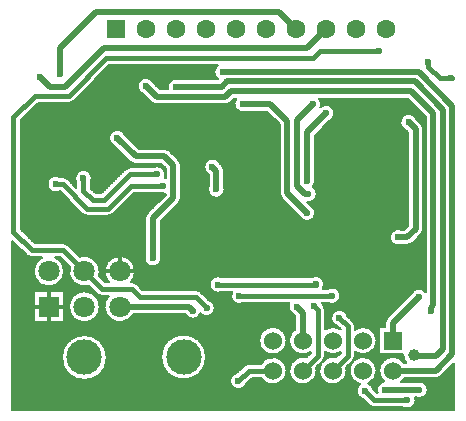
<source format=gbl>
G04*
G04 #@! TF.GenerationSoftware,Altium Limited,Altium Designer,18.0.9 (584)*
G04*
G04 Layer_Physical_Order=2*
G04 Layer_Color=16711680*
%FSLAX24Y24*%
%MOIN*%
G70*
G01*
G75*
%ADD14C,0.0079*%
%ADD34C,0.0197*%
%ADD42C,0.0118*%
%ADD43C,0.0157*%
%ADD45C,0.0600*%
%ADD46R,0.0600X0.0600*%
%ADD47C,0.1181*%
%ADD48C,0.0630*%
%ADD49R,0.0630X0.0630*%
%ADD50R,0.0709X0.0709*%
%ADD51C,0.0709*%
%ADD52C,0.0236*%
%ADD53C,0.0394*%
D14*
X46575Y32136D02*
G03*
X46500Y32317I-256J0D01*
G01*
X46575Y32136D02*
G03*
X46500Y32317I-256J0D01*
G01*
X46336Y32481D02*
G03*
X45974Y32119I-253J-109D01*
G01*
X46500Y28638D02*
G03*
X46575Y28819I-181J181D01*
G01*
X46500Y28638D02*
G03*
X46575Y28819I-181J181D01*
G01*
X46654Y26702D02*
G03*
X46174Y26654I-226J-157D01*
G01*
X46033Y28278D02*
G03*
X46215Y28353I0J256D01*
G01*
X46033Y28278D02*
G03*
X46214Y28353I0J256D01*
G01*
X45840Y28789D02*
G03*
X45840Y28278I-102J-256D01*
G01*
X45380Y25860D02*
G03*
X45305Y25679I181J-181D01*
G01*
X45380Y25860D02*
G03*
X45305Y25679I181J-181D01*
G01*
X44294Y25568D02*
G03*
X44225Y25735I-236J0D01*
G01*
X44294Y25568D02*
G03*
X44225Y25735I-236J0D01*
G01*
X43142Y32862D02*
G03*
X43169Y32982I-248J120D01*
G01*
X43447Y32416D02*
G03*
X43614Y32669I-109J253D01*
G01*
D02*
G03*
X43142Y32862I-276J0D01*
G01*
X43169Y32982D02*
G03*
X43104Y33160I-276J0D01*
G01*
X40340D02*
G03*
X40653Y32726I211J-178D01*
G01*
X39725Y34272D02*
G03*
X39741Y33809I158J-226D01*
G01*
X39974Y32963D02*
G03*
X40155Y33038I0J256D01*
G01*
X39974Y32963D02*
G03*
X40155Y33038I0J256D01*
G01*
X39931Y30758D02*
G03*
X39856Y30939I-256J0D01*
G01*
X39931Y30758D02*
G03*
X39856Y30939I-256J0D01*
G01*
X39801Y30994D02*
G03*
X39419Y30642I-253J-109D01*
G01*
X42972Y30413D02*
G03*
X42953Y30516I-276J0D01*
G01*
X43022Y29980D02*
G03*
X42889Y30216I-276J0D01*
G01*
D02*
G03*
X42972Y30413I-192J197D01*
G01*
X42701Y29708D02*
G03*
X43022Y29980I45J272D01*
G01*
X43268Y26969D02*
G03*
X42835Y27195I-276J0D01*
G01*
X42972Y29350D02*
G03*
X42805Y29604I-276J0D01*
G01*
X42444Y29242D02*
G03*
X42972Y29350I253J109D01*
G01*
X43392Y26348D02*
G03*
X43809Y26585I142J236D01*
G01*
D02*
G03*
X43392Y26821I-276J0D01*
G01*
X44047Y25913D02*
G03*
X43713Y25579I-267J-67D01*
G01*
X43225Y26821D02*
G03*
X43268Y26969I-233J148D01*
G01*
X43210Y26307D02*
G03*
X43196Y26348I-267J-67D01*
G01*
X42108D02*
G03*
X42244Y25967I244J-128D01*
G01*
X43297Y26122D02*
G03*
X43228Y26289I-236J0D01*
G01*
X43297Y26122D02*
G03*
X43228Y26289I-236J0D01*
G01*
X41791Y30000D02*
G03*
X41867Y29819I256J0D01*
G01*
X41791Y30000D02*
G03*
X41866Y29819I256J0D01*
G01*
X39419Y30230D02*
G03*
X39951Y30128I256J-102D01*
G01*
D02*
G03*
X39931Y30230I-276J0D01*
G01*
X40204Y26722D02*
G03*
X40585Y26348I239J-138D01*
G01*
X39866Y27195D02*
G03*
X39866Y26722I-142J-236D01*
G01*
X39626Y26181D02*
G03*
X39417Y26449I-276J0D01*
G01*
X39146Y25996D02*
G03*
X39626Y26181I204J185D01*
G01*
X45907Y24631D02*
G03*
X46011Y24344I353J-35D01*
G01*
X45940D02*
G03*
X45278Y23729I-379J-256D01*
G01*
X45019Y25089D02*
G03*
X44294Y25460I-457J0D01*
G01*
Y24717D02*
G03*
X45019Y25089I267J372D01*
G01*
X43822Y25465D02*
G03*
X43297Y25462I-261J-376D01*
G01*
Y24715D02*
G03*
X43822Y24713I264J374D01*
G01*
X44225Y24418D02*
G03*
X44294Y24585I-167J167D01*
G01*
X44225Y24418D02*
G03*
X44294Y24585I-167J167D01*
G01*
X44738Y23667D02*
G03*
X45019Y24089I-177J422D01*
G01*
D02*
G03*
X44467Y23641I-457J0D01*
G01*
X43671Y24533D02*
G03*
X44019Y24089I-110J-444D01*
G01*
D02*
G03*
X44005Y24199I-457J0D01*
G01*
X46992Y23833D02*
G03*
X47173Y23908I0J256D01*
G01*
X46992Y23833D02*
G03*
X47173Y23908I0J256D01*
G01*
X46722Y23455D02*
G03*
X46345Y23711I-276J0D01*
G01*
Y23199D02*
G03*
X46722Y23455I102J256D01*
G01*
X45901Y22864D02*
G03*
X46319Y23100I142J236D01*
G01*
D02*
G03*
X46301Y23199I-276J0D01*
G01*
X45819Y23711D02*
G03*
X45940Y23833I-258J378D01*
G01*
X45278Y23729D02*
G03*
X45056Y23337I27J-274D01*
G01*
X44893Y23482D02*
G03*
X44738Y23667I-267J-67D01*
G01*
X44774Y22933D02*
G03*
X44941Y22864I167J167D01*
G01*
X44774Y22933D02*
G03*
X44941Y22864I167J167D01*
G01*
X44467Y23641D02*
G03*
X44559Y23148I159J-225D01*
G01*
X42305Y25468D02*
G03*
X42825Y24715I256J-379D01*
G01*
X42018Y25089D02*
G03*
X42018Y25089I-457J0D01*
G01*
X43228Y24422D02*
G03*
X43297Y24589I-167J167D01*
G01*
X43228Y24422D02*
G03*
X43297Y24589I-167J167D01*
G01*
X43018Y24089D02*
G03*
X43005Y24199I-457J0D01*
G01*
X42671Y24533D02*
G03*
X43018Y24089I-110J-444D01*
G01*
X41169Y23852D02*
G03*
X42018Y24089I392J236D01*
G01*
D02*
G03*
X41169Y24325I-457J0D01*
G01*
X40762D02*
G03*
X40595Y24256I0J-236D01*
G01*
X40762Y24325D02*
G03*
X40595Y24256I0J-236D01*
G01*
X40347Y24008D02*
G03*
X40681Y23674I67J-267D01*
G01*
X38439Y33809D02*
G03*
X38073Y33474I-102J-256D01*
G01*
X38494Y30935D02*
G03*
X38419Y31116I-256J0D01*
G01*
X38494Y30935D02*
G03*
X38419Y31116I-256J0D01*
G01*
X38124Y31411D02*
G03*
X37943Y31486I-181J-181D01*
G01*
X38124Y31411D02*
G03*
X37943Y31486I-181J-181D01*
G01*
X37586Y33681D02*
G03*
X37224Y33320I-253J-109D01*
G01*
X37506Y33038D02*
G03*
X37687Y32963I181J181D01*
G01*
X37506Y33038D02*
G03*
X37687Y32963I181J181D01*
G01*
X37953Y30527D02*
G03*
X37972Y30630I-256J103D01*
G01*
X37982Y30520D02*
G03*
X37953Y30527I-79J-264D01*
G01*
X38419Y29671D02*
G03*
X38494Y29852I-181J181D01*
G01*
X38419Y29671D02*
G03*
X38494Y29852I-181J181D01*
G01*
X37762Y30020D02*
G03*
X37982Y29992I142J236D01*
G01*
X37972Y30630D02*
G03*
X37555Y30866I-276J0D01*
G01*
X37378Y29354D02*
G03*
X37303Y29173I181J-181D01*
G01*
X37378Y29354D02*
G03*
X37303Y29173I181J-181D01*
G01*
X36631Y31949D02*
G03*
X36269Y31587I-253J-109D01*
G01*
X36807Y31050D02*
G03*
X36988Y30974I181J181D01*
G01*
X36807Y31049D02*
G03*
X36988Y30974I181J181D01*
G01*
X34748Y33012D02*
G03*
X34915Y33081I0J236D01*
G01*
X34748Y33012D02*
G03*
X34915Y33081I0J236D01*
G01*
X36811Y30866D02*
G03*
X36644Y30797I0J-236D01*
G01*
X36811Y30866D02*
G03*
X36644Y30797I0J-236D01*
G01*
X35482Y30360D02*
G03*
X35522Y30502I-236J142D01*
G01*
D02*
G03*
X35010Y30360I-276J0D01*
G01*
X36059Y29252D02*
G03*
X36226Y29321I0J236D01*
G01*
X36059Y29252D02*
G03*
X36226Y29321I0J236D01*
G01*
X35207D02*
G03*
X35374Y29252I167J167D01*
G01*
X35207Y29321D02*
G03*
X35374Y29252I167J167D01*
G01*
X34724Y30472D02*
G03*
X34557Y30541I-167J-167D01*
G01*
X34724Y30472D02*
G03*
X34557Y30541I-167J-167D01*
G01*
X34463D02*
G03*
X34461Y30068I-142J-236D01*
G01*
X34744Y28267D02*
G03*
X34577Y28337I-167J-167D01*
G01*
X34744Y28267D02*
G03*
X34577Y28337I-167J-167D01*
G01*
X33366Y27933D02*
G03*
X33533Y27864I167J167D01*
G01*
X37303Y27937D02*
G03*
X37835Y27835I256J-102D01*
G01*
D02*
G03*
X37815Y27937I-276J0D01*
G01*
X39153Y26712D02*
G03*
X38986Y26781I-167J-167D01*
G01*
X39153Y26712D02*
G03*
X38986Y26781I-167J-167D01*
G01*
X38644Y25965D02*
G03*
X39146Y25996I244J128D01*
G01*
X36826Y27047D02*
G03*
X36969Y27402I-369J354D01*
G01*
X37017Y26978D02*
G03*
X36850Y27047I-167J-167D01*
G01*
X36969Y27402D02*
G03*
X36087Y27047I-512J0D01*
G01*
X37017Y26978D02*
G03*
X36850Y27047I-167J-167D01*
G01*
X36087Y26575D02*
G03*
X36900Y25965I369J-354D01*
G01*
X39331Y24546D02*
G03*
X39331Y24546I-748J0D01*
G01*
D02*
G03*
X39331Y24546I-748J0D01*
G01*
X36024Y24528D02*
G03*
X36024Y24528I-748J0D01*
G01*
D02*
G03*
X36024Y24528I-748J0D01*
G01*
X35787Y27402D02*
G03*
X35122Y27890I-512J0D01*
G01*
X35764Y27248D02*
G03*
X35787Y27402I-488J154D01*
G01*
X34787Y27556D02*
G03*
X35430Y26913I488J-154D01*
G01*
X35699Y26644D02*
G03*
X35866Y26575I167J167D01*
G01*
X35699Y26644D02*
G03*
X35866Y26575I167J167D01*
G01*
X35787Y26220D02*
G03*
X35787Y26220I-512J0D01*
G01*
X34606Y27402D02*
G03*
X34313Y27864I-512J0D01*
G01*
X33876D02*
G03*
X34606Y27402I219J-463D01*
G01*
X33366Y27933D02*
G03*
X33533Y27864I167J167D01*
G01*
X46454Y32362D02*
X46654D01*
X46395Y32421D02*
X46654D01*
X46551Y32244D02*
X46654D01*
X46513Y32303D02*
X46654D01*
X46050Y33160D02*
X46654Y32556D01*
X46240Y32598D02*
X46611D01*
X46336Y32480D02*
X46654D01*
X46302Y32539D02*
X46654D01*
X46575Y31890D02*
X46654D01*
X46575Y31949D02*
X46654D01*
X46575Y31772D02*
X46654D01*
X46575Y31831D02*
X46654D01*
X46575Y32126D02*
X46654D01*
X46570Y32185D02*
X46654D01*
X46575Y32008D02*
X46654D01*
X46575Y32067D02*
X46654D01*
X46181Y32629D02*
Y33029D01*
X46122Y32645D02*
Y33088D01*
X46299Y32543D02*
Y32911D01*
X46240Y32598D02*
Y32970D01*
X46063Y32647D02*
Y33147D01*
X46004Y32636D02*
Y33160D01*
X45945Y32611D02*
Y33160D01*
X45886Y32565D02*
Y33160D01*
X46535Y32272D02*
Y32675D01*
X46476Y32340D02*
Y32734D01*
X46417Y32399D02*
Y32793D01*
X46358Y32458D02*
Y32852D01*
X46336Y32481D02*
X46500Y32317D01*
X45974Y32119D02*
X46063Y32030D01*
X46575Y31417D02*
X46654D01*
X46575Y31476D02*
X46654D01*
X46575Y31299D02*
X46654D01*
X46575Y31358D02*
X46654D01*
X46575Y31653D02*
X46654D01*
X46575Y31713D02*
X46654D01*
X46575Y31535D02*
X46654D01*
X46575Y31594D02*
X46654D01*
X46575Y30945D02*
X46654D01*
X46575Y31004D02*
X46654D01*
X46575Y30827D02*
X46654D01*
X46575Y30886D02*
X46654D01*
X46575Y31181D02*
X46654D01*
X46575Y31240D02*
X46654D01*
X46575Y31063D02*
X46654D01*
X46575Y31122D02*
X46654D01*
X46594Y26764D02*
Y32615D01*
X46575Y28819D02*
Y32136D01*
X46654Y26702D02*
Y32556D01*
X46653Y26703D02*
Y32556D01*
X46004Y28866D02*
Y32089D01*
X45945Y28807D02*
Y32133D01*
X45886Y28789D02*
Y32179D01*
X45827Y28794D02*
Y32270D01*
X46575Y30590D02*
X46654D01*
X46575Y30650D02*
X46654D01*
X46575Y30472D02*
X46654D01*
X46575Y30531D02*
X46654D01*
X46575Y30709D02*
X46654D01*
X46575Y30768D02*
X46654D01*
X46063Y28925D02*
Y32030D01*
X46063Y28925D02*
Y32030D01*
X43559Y32835D02*
X46375D01*
X43499Y32894D02*
X46316D01*
X43610Y32716D02*
X46493D01*
X43593Y32776D02*
X46434D01*
X43155Y33071D02*
X46139D01*
X43126Y33130D02*
X46080D01*
X43168Y32953D02*
X46257D01*
X43168Y33012D02*
X46198D01*
X43614Y32657D02*
X46552D01*
X42953Y31890D02*
X46063D01*
X42980Y31949D02*
X46063D01*
X42953Y31594D02*
X46063D01*
X42953Y31772D02*
X46063D01*
X42953Y31476D02*
X46063D01*
X42953Y31535D02*
X46063D01*
X43605Y32598D02*
X45925D01*
X43582Y32539D02*
X45864D01*
X43539Y32480D02*
X45829D01*
X45827Y32474D02*
Y33160D01*
X43104D02*
X46050D01*
X43459Y32421D02*
X45812D01*
X43334Y32303D02*
X45816D01*
X43393Y32362D02*
X45807D01*
X43216Y32185D02*
X45880D01*
X43275Y32244D02*
X45839D01*
X43098Y32067D02*
X46026D01*
X43157Y32126D02*
X45959D01*
X42953Y31831D02*
X46063D01*
X43039Y32008D02*
X46063D01*
X42953Y31653D02*
X46063D01*
X42953Y31713D02*
X46063D01*
X42953Y31122D02*
X46063D01*
X42953Y31181D02*
X46063D01*
X42953Y31004D02*
X46063D01*
X42953Y31063D02*
X46063D01*
X42953Y31358D02*
X46063D01*
X42953Y31417D02*
X46063D01*
X42953Y31240D02*
X46063D01*
X42953Y31299D02*
X46063D01*
X42953Y30650D02*
X46063D01*
X42953Y30709D02*
X46063D01*
X42953Y30531D02*
X46063D01*
X42953Y30590D02*
X46063D01*
X42953Y30886D02*
X46063D01*
X42953Y30945D02*
X46063D01*
X42953Y30768D02*
X46063D01*
X42953Y30827D02*
X46063D01*
X45354Y25830D02*
Y33160D01*
X45295Y25546D02*
Y33160D01*
X45236Y25546D02*
Y33160D01*
X45177Y25546D02*
Y33160D01*
X45118Y25546D02*
Y33160D01*
X44291Y25605D02*
Y33160D01*
X44587Y25545D02*
Y33160D01*
X44527Y25545D02*
Y33160D01*
X45768Y28807D02*
Y33160D01*
X45709Y28807D02*
Y33160D01*
X45650Y28794D02*
Y33160D01*
X45590Y28766D02*
Y33160D01*
X42966Y30472D02*
X46063D01*
X45531Y28716D02*
Y33160D01*
X45472Y28606D02*
Y33160D01*
X45413Y25893D02*
Y33160D01*
X46575Y30118D02*
X46654D01*
X46575Y30177D02*
X46654D01*
X46575Y30000D02*
X46654D01*
X46575Y30059D02*
X46654D01*
X46575Y30354D02*
X46654D01*
X46575Y30413D02*
X46654D01*
X46575Y30236D02*
X46654D01*
X46575Y30295D02*
X46654D01*
X46575Y29646D02*
X46654D01*
X46575Y29705D02*
X46654D01*
X46575Y29527D02*
X46654D01*
X46575Y29587D02*
X46654D01*
X46575Y29882D02*
X46654D01*
X46575Y29941D02*
X46654D01*
X46575Y29764D02*
X46654D01*
X46575Y29823D02*
X46654D01*
X46575Y29173D02*
X46654D01*
X46575Y29232D02*
X46654D01*
X46575Y29055D02*
X46654D01*
X46575Y29114D02*
X46654D01*
X46575Y29409D02*
X46654D01*
X46575Y29468D02*
X46654D01*
X46575Y29291D02*
X46654D01*
X46575Y29350D02*
X46654D01*
X46575Y28937D02*
X46654D01*
X46575Y28996D02*
X46654D01*
X46575Y28819D02*
X46654D01*
X46575Y28878D02*
X46654D01*
X45927Y28789D02*
X46063Y28925D01*
X45840Y28789D02*
X45927D01*
X46546Y28701D02*
X46654D01*
X46568Y28760D02*
X46654D01*
X46504Y28642D02*
X46654D01*
X46535Y26799D02*
Y28682D01*
X46445Y28583D02*
X46654D01*
X46215Y28353D02*
X46500Y28638D01*
X46476Y26816D02*
Y28614D01*
X46417Y26821D02*
Y28555D01*
X46326Y28465D02*
X46654D01*
X46385Y28524D02*
X46654D01*
X46610Y26752D02*
X46654D01*
X46500Y26811D02*
X46654D01*
X46208Y28346D02*
X46654D01*
X46267Y28405D02*
X46654D01*
X46104Y28287D02*
X46654D01*
X46358Y26812D02*
Y28496D01*
X46299Y26789D02*
Y28437D01*
X46240Y26748D02*
Y28378D01*
X46181Y26669D02*
Y28324D01*
X46122Y26602D02*
Y28293D01*
X46063Y26543D02*
Y28279D01*
X45840Y28278D02*
X46033D01*
X46004Y26484D02*
Y28278D01*
X45945Y26425D02*
Y28278D01*
X45886Y26366D02*
Y28278D01*
X45827Y26307D02*
Y28272D01*
X45768Y26248D02*
Y28259D01*
X45709Y26189D02*
Y28259D01*
X45650Y26130D02*
Y28273D01*
X43021Y30000D02*
X46063D01*
X43010Y30059D02*
X46063D01*
X43003Y29882D02*
X46063D01*
X43019Y29941D02*
X46063D01*
X42946Y30295D02*
X46063D01*
X42966Y30354D02*
X46063D01*
X42916Y29764D02*
X46063D01*
X42972Y29823D02*
X46063D01*
X43267Y26988D02*
X46654D01*
X43256Y27047D02*
X46654D01*
X43265Y26929D02*
X46654D01*
X43691Y26811D02*
X46354D01*
X43185Y27165D02*
X46654D01*
X43095Y27224D02*
X46654D01*
X43250Y26870D02*
X46654D01*
X43231Y27106D02*
X46654D01*
X42939Y30177D02*
X46063D01*
X42972Y30413D02*
X46063D01*
X42908Y29527D02*
X46063D01*
X42985Y30118D02*
X46063D01*
X42704Y29705D02*
X46063D01*
X42908Y30236D02*
X46063D01*
X42839Y29587D02*
X46063D01*
X42764Y29646D02*
X46063D01*
X42972Y29350D02*
X46063D01*
X42966Y29409D02*
X46063D01*
X42966Y29291D02*
X46063D01*
X42946Y29232D02*
X46063D01*
X42946Y29468D02*
X46063D01*
X42839Y29114D02*
X46063D01*
X42908Y29173D02*
X46063D01*
X43809Y26575D02*
X46095D01*
X45590Y26070D02*
Y28301D01*
X45380Y25860D02*
X46174Y26654D01*
X45531Y26011D02*
Y28351D01*
X43752Y26752D02*
X46245D01*
X43787Y26693D02*
X46194D01*
X43805Y26634D02*
X46154D01*
X43800Y26516D02*
X46036D01*
X43778Y26457D02*
X45977D01*
X43736Y26398D02*
X45918D01*
X43882Y26102D02*
X45622D01*
X43972Y26043D02*
X45563D01*
X43657Y26339D02*
X45859D01*
X43237Y26279D02*
X45799D01*
X43276Y26220D02*
X45740D01*
X43294Y26161D02*
X45681D01*
X45472Y25952D02*
Y28461D01*
X44212Y25748D02*
X45315D01*
X44018Y25984D02*
X45504D01*
X44044Y25925D02*
X45445D01*
X44094Y25866D02*
X45386D01*
X44153Y25807D02*
X45339D01*
X44294Y25571D02*
X45305D01*
X44286Y25630D02*
X45305D01*
Y25546D02*
Y25679D01*
X45104Y25546D02*
X45305D01*
X44261Y25689D02*
X45305D01*
X43464Y32914D02*
Y33160D01*
X43405Y32937D02*
Y33160D01*
X43583Y32797D02*
Y33160D01*
X43524Y32874D02*
Y33160D01*
X43346Y32945D02*
Y33160D01*
X43169Y32989D02*
Y33160D01*
X43287Y32940D02*
Y33160D01*
X43228Y32922D02*
Y33160D01*
X43169Y32887D02*
Y32975D01*
X42953Y31922D02*
X43447Y32416D01*
X43110Y27218D02*
Y32079D01*
X43051Y27238D02*
Y32020D01*
X41370Y32726D02*
X41791Y32305D01*
X41043Y27195D02*
Y32726D01*
X40984Y27195D02*
Y32726D01*
X40925Y27195D02*
Y32726D01*
X40653D02*
X41370D01*
X40689Y27195D02*
Y32726D01*
X40866Y27195D02*
Y32726D01*
X40748Y27195D02*
Y32726D01*
X42992Y30105D02*
Y31961D01*
X42953Y30516D02*
Y31922D01*
X41791Y30000D02*
Y32305D01*
X40807Y27195D02*
Y32726D01*
X40624Y32716D02*
X41380D01*
X40571Y27195D02*
Y32707D01*
X40512Y27195D02*
Y32710D01*
X40453Y27195D02*
Y32725D01*
X44114Y25846D02*
Y33160D01*
X44055Y25905D02*
Y33160D01*
X44232Y25728D02*
Y33160D01*
X44173Y25787D02*
Y33160D01*
X43878Y26104D02*
Y33160D01*
X43819Y26119D02*
Y33160D01*
X43996Y26017D02*
Y33160D01*
X43937Y26073D02*
Y33160D01*
X43642Y26838D02*
Y33160D01*
X43583Y26856D02*
Y32541D01*
X43760Y26742D02*
Y33160D01*
X43701Y26804D02*
Y33160D01*
X43524Y26860D02*
Y32465D01*
X43464Y26851D02*
Y32424D01*
X43405Y26829D02*
Y32374D01*
X43346Y26821D02*
Y32315D01*
X41339Y27195D02*
Y32726D01*
X41279Y27195D02*
Y32726D01*
X41457Y27195D02*
Y32640D01*
X41398Y27195D02*
Y32699D01*
X41102Y27195D02*
Y32726D01*
X40630Y27195D02*
Y32718D01*
X41220Y27195D02*
Y32726D01*
X41161Y27195D02*
Y32726D01*
X43169Y27180D02*
Y32138D01*
X41752Y27195D02*
Y32345D01*
X43287Y26821D02*
Y32256D01*
X43228Y27111D02*
Y32197D01*
X41575Y27195D02*
Y32522D01*
X41516Y27195D02*
Y32581D01*
X41693Y27195D02*
Y32404D01*
X41634Y27195D02*
Y32463D01*
X40277Y33160D02*
X40340D01*
X40247Y33130D02*
X40318D01*
X40155Y33038D02*
X40277Y33160D01*
X39685Y34238D02*
Y34272D01*
X39626Y34147D02*
Y34272D01*
X39685Y33809D02*
Y33853D01*
X40188Y33071D02*
X40290D01*
X40125Y33012D02*
X40277D01*
X39689Y31122D02*
X41791D01*
X39685Y31125D02*
Y32963D01*
X39758Y31063D02*
X41791D01*
X39744Y31079D02*
Y32963D01*
X39449Y33809D02*
Y34272D01*
X39390Y33809D02*
Y34272D01*
X39567Y33809D02*
Y34272D01*
X39508Y33809D02*
Y34272D01*
X39094Y33809D02*
Y34272D01*
X39035Y33809D02*
Y34272D01*
X39331Y33809D02*
Y34272D01*
X39153Y33809D02*
Y34272D01*
X39626Y33809D02*
Y33945D01*
X39567Y31161D02*
Y32963D01*
X39626Y31150D02*
Y32963D01*
X39508Y31159D02*
Y32963D01*
X39272Y33809D02*
Y34272D01*
X39213Y33809D02*
Y34272D01*
X39449Y31143D02*
Y32963D01*
X39390Y31112D02*
Y32963D01*
X40276Y27195D02*
Y33158D01*
X40216Y27195D02*
Y33099D01*
X40394Y27195D02*
Y32756D01*
X40335Y27195D02*
Y32812D01*
X40039Y27195D02*
Y32971D01*
X39980Y27195D02*
Y32963D01*
X40157Y27195D02*
Y33040D01*
X40098Y27195D02*
Y32995D01*
X39931Y30768D02*
X41791D01*
X39922Y30827D02*
X41791D01*
X39931Y30650D02*
X41791D01*
X39931Y30709D02*
X41791D01*
X39850Y30945D02*
X41791D01*
X39796Y31004D02*
X41791D01*
X39897Y30886D02*
X41791D01*
X39803Y30992D02*
Y32963D01*
X39331Y31056D02*
Y32963D01*
X39921Y30828D02*
Y32963D01*
X39862Y30933D02*
Y32963D01*
X39094Y26755D02*
Y32963D01*
X39035Y26776D02*
Y32963D01*
X39272Y26594D02*
Y32963D01*
X39213Y26653D02*
Y32963D01*
X39801Y30994D02*
X39856Y30939D01*
X39931Y30230D02*
Y30758D01*
X39419Y30230D02*
Y30642D01*
X39153Y26712D02*
Y32963D01*
X39390Y26476D02*
Y30660D01*
X39331Y26535D02*
Y30715D01*
X42933Y30183D02*
Y30271D01*
X42992Y27244D02*
Y29856D01*
X42933Y29492D02*
Y29778D01*
X42874Y29562D02*
Y29736D01*
X42933Y27238D02*
Y29208D01*
X42815Y29599D02*
Y29713D01*
X42874Y27217D02*
Y29139D01*
X42701Y29708D02*
X42805Y29604D01*
X42815Y27195D02*
Y29101D01*
X42756Y29653D02*
Y29705D01*
X42283Y27195D02*
Y29402D01*
X42224Y27195D02*
Y29461D01*
X42165Y27195D02*
Y29520D01*
X41988Y27195D02*
Y29697D01*
X41929Y27195D02*
Y29756D01*
X42106Y27195D02*
Y29579D01*
X42047Y27195D02*
Y29638D01*
X42638Y27195D02*
Y29081D01*
X42579Y27195D02*
Y29101D01*
X42756Y27195D02*
Y29081D01*
X42697Y27195D02*
Y29075D01*
X42401Y27195D02*
Y29284D01*
X42342Y27195D02*
Y29343D01*
X42520Y27195D02*
Y29139D01*
X42461Y27195D02*
Y29209D01*
X43760Y26121D02*
Y26427D01*
X43701Y26111D02*
Y26366D01*
X43642Y26085D02*
Y26331D01*
X43583Y26039D02*
Y26313D01*
X43297Y26102D02*
X43677D01*
X44047Y25913D02*
X44225Y25735D01*
X43297Y25984D02*
X43541D01*
X43583Y25546D02*
Y25654D01*
X43524Y25545D02*
Y25744D01*
X43297Y26043D02*
X43587D01*
X43297Y25689D02*
X43553D01*
X43297Y25571D02*
X43721D01*
X43297Y25630D02*
X43609D01*
X43225Y26821D02*
X43392D01*
X43287Y26190D02*
Y26348D01*
X43228Y26289D02*
Y26348D01*
X43200Y26339D02*
X43409D01*
X43196Y26348D02*
X43392D01*
X43524Y25949D02*
Y26309D01*
X43297Y25925D02*
X43515D01*
X43297Y25748D02*
X43522D01*
X43297Y25866D02*
X43505D01*
X43297Y25807D02*
X43507D01*
X42244Y25967D02*
X42305Y25906D01*
X39951Y30118D02*
X41791D01*
X39946Y30177D02*
X41791D01*
X39931Y30295D02*
X41791D01*
X39931Y30531D02*
X41791D01*
X39942Y30059D02*
X41791D01*
X39931Y30236D02*
X41791D01*
X41867Y29819D02*
X42444Y29242D01*
X39919Y30000D02*
X41791D01*
X41870Y27195D02*
Y29815D01*
X41811Y27195D02*
Y29902D01*
X39799Y29882D02*
X41820D01*
X39878Y29941D02*
X41798D01*
X39798Y27224D02*
X42890D01*
X39866Y27195D02*
X42835D01*
X39931Y30472D02*
X41791D01*
X39931Y30590D02*
X41791D01*
X39931Y30354D02*
X41791D01*
X39931Y30413D02*
X41791D01*
X39921Y27195D02*
Y30004D01*
X39862Y27197D02*
Y29925D01*
X39744Y27234D02*
Y29861D01*
X39685Y27231D02*
Y29853D01*
X39866Y26722D02*
X40204D01*
X39803Y27223D02*
Y29884D01*
X39626Y27216D02*
Y29857D01*
X39567Y27185D02*
Y29875D01*
X39101Y26752D02*
X39542D01*
X39508Y27129D02*
Y29909D01*
X40585Y26348D02*
X42108D01*
X41575Y25546D02*
Y26348D01*
X41634Y25540D02*
Y26348D01*
X41516Y25544D02*
Y26348D01*
X40567Y26339D02*
X42103D01*
X39521Y26398D02*
X40241D01*
X39577Y26339D02*
X40319D01*
X39608Y26279D02*
X42083D01*
X39623Y26220D02*
X42077D01*
X39614Y26102D02*
X42103D01*
X39625Y26161D02*
X42083D01*
X39543Y25984D02*
X42210D01*
X39589Y26043D02*
X42141D01*
X39045Y25866D02*
X42305D01*
X39453Y25925D02*
X42286D01*
X39797Y26693D02*
X40189D01*
X39508Y26407D02*
Y26788D01*
X39626Y26188D02*
Y26701D01*
X39567Y26352D02*
Y26733D01*
X39173Y26693D02*
X39652D01*
X39449Y26439D02*
Y29971D01*
X39153Y26712D02*
X39417Y26449D01*
X39350Y26516D02*
X40176D01*
X39291Y26575D02*
X40167D01*
X39409Y26457D02*
X40199D01*
X39232Y26634D02*
X40172D01*
X39107Y25925D02*
X39248D01*
X45827Y24461D02*
Y24631D01*
X45768Y24497D02*
Y24631D01*
X45886Y24411D02*
Y24631D01*
X45104D02*
X45907D01*
X45472Y24537D02*
Y24631D01*
X45709Y24522D02*
Y24631D01*
X45413Y24522D02*
Y24631D01*
X45905Y24390D02*
X45972D01*
X45843Y24449D02*
X45938D01*
X45940Y24344D02*
X46011D01*
X45945D02*
Y24434D01*
X45590Y24545D02*
Y24631D01*
X45531Y24545D02*
Y24631D01*
X45744Y24508D02*
X45917D01*
X45650Y24537D02*
Y24631D01*
X45013Y25157D02*
X45104D01*
X45000Y25216D02*
X45104D01*
Y24631D02*
Y25546D01*
X45018Y25098D02*
X45104D01*
X44947Y25335D02*
X45104D01*
X44941Y25344D02*
Y33160D01*
X44979Y25276D02*
X45104D01*
X45000Y25218D02*
Y33160D01*
X45354Y24497D02*
Y24631D01*
X45016Y25039D02*
X45104D01*
X45295Y24461D02*
Y24631D01*
X45236Y24411D02*
Y24631D01*
X44987Y24921D02*
X45104D01*
X45005Y24980D02*
X45104D01*
X44959Y24862D02*
X45104D01*
X44941Y24344D02*
Y24834D01*
X47537Y24272D02*
X47598D01*
X47539Y22785D02*
Y24274D01*
X47598Y22785D02*
Y24333D01*
X47598Y22785D02*
Y24333D01*
X47173Y23908D02*
X47598Y24333D01*
X47478Y24213D02*
X47598D01*
X47480Y22785D02*
Y24215D01*
X47421Y22785D02*
Y24156D01*
X47360Y24094D02*
X47598D01*
X47419Y24153D02*
X47598D01*
X47362Y22785D02*
Y24097D01*
X47303Y22785D02*
Y24038D01*
X47242Y23976D02*
X47598D01*
X47301Y24035D02*
X47598D01*
X47183Y23917D02*
X47598D01*
X47244Y22785D02*
Y23979D01*
X45177Y24337D02*
Y24631D01*
X45118Y24203D02*
Y24631D01*
X45059Y23579D02*
Y33160D01*
X44949Y24331D02*
X45173D01*
X44980Y24272D02*
X45142D01*
X45001Y24213D02*
X45121D01*
X45000Y24218D02*
Y24959D01*
X45015Y24035D02*
X45107D01*
X45018Y24094D02*
X45104D01*
X47185Y22785D02*
Y23919D01*
X45118Y23657D02*
Y23974D01*
X45005Y23976D02*
X45118D01*
X45014Y24153D02*
X45108D01*
X44985Y23917D02*
X45137D01*
X45000Y23375D02*
Y23959D01*
X44823Y25464D02*
Y33160D01*
X44764Y25499D02*
Y33160D01*
X44838Y25453D02*
X45104D01*
X44882Y25415D02*
Y33160D01*
X44705Y25523D02*
Y33160D01*
X44646Y25538D02*
Y33160D01*
X44735Y25512D02*
X45104D01*
X44918Y24803D02*
X45104D01*
X44902Y25394D02*
X45104D01*
X44776Y24685D02*
X45104D01*
X44862Y24744D02*
X45104D01*
X44294Y24626D02*
X45907D01*
X44293Y24567D02*
X45907D01*
X44646Y24538D02*
Y24639D01*
X44468Y25537D02*
Y33160D01*
X44409Y25520D02*
Y33160D01*
X44350Y25495D02*
Y33160D01*
X44294Y25460D02*
Y25568D01*
Y25512D02*
X44387D01*
X43735D02*
X43780D01*
X43713Y25579D02*
X43822Y25470D01*
X44587Y24545D02*
Y24632D01*
X44294Y24585D02*
Y24717D01*
X44527Y24545D02*
Y24632D01*
X44468Y24537D02*
Y24641D01*
X44294Y24685D02*
X44346D01*
X43776D02*
X43822D01*
X43819Y24680D02*
Y24711D01*
X44764Y24499D02*
Y24678D01*
X44705Y24523D02*
Y24654D01*
X44882Y24415D02*
Y24762D01*
X44823Y24464D02*
Y24713D01*
X44409Y24520D02*
Y24657D01*
X44350Y24495D02*
Y24683D01*
X44744Y24508D02*
X45378D01*
X44843Y24449D02*
X45279D01*
X44905Y24390D02*
X45217D01*
X44281Y24508D02*
X44378D01*
X44291Y24458D02*
Y24549D01*
X44005Y24199D02*
X44225Y24418D01*
X44173Y24331D02*
Y24367D01*
X44137Y24331D02*
X44173D01*
X44078Y24272D02*
X44142D01*
X44114Y24186D02*
Y24308D01*
X44019Y24213D02*
X44121D01*
X43671Y24533D02*
X43822Y24683D01*
X44055Y22785D02*
Y24249D01*
X44014Y24153D02*
X44108D01*
X44018Y24094D02*
X44104D01*
X44114Y22785D02*
Y23991D01*
X44015Y24035D02*
X44107D01*
X44005Y23976D02*
X44118D01*
X43985Y23917D02*
X44137D01*
X43996Y22785D02*
Y23947D01*
X47104Y23858D02*
X47598D01*
X46604Y23681D02*
X47598D01*
X45915Y23799D02*
X47598D01*
X45940Y23833D02*
X46992D01*
X45857Y23740D02*
X47598D01*
X46718Y23504D02*
X47598D01*
X46700Y23563D02*
X47598D01*
X46714Y23386D02*
X47598D01*
X46722Y23445D02*
X47598D01*
X46691Y23327D02*
X47598D01*
X46666Y23622D02*
X47598D01*
X46571Y23209D02*
X47598D01*
X46649Y23268D02*
X47598D01*
X46594Y23687D02*
Y23833D01*
X46535Y23716D02*
Y23833D01*
X46713Y23528D02*
Y23833D01*
X46653Y23637D02*
Y23833D01*
X46476Y23729D02*
Y23833D01*
X46417Y23729D02*
Y23833D01*
X46358Y23716D02*
Y23833D01*
X46299Y23711D02*
Y23833D01*
X46181Y23711D02*
Y23833D01*
X46122Y23711D02*
Y23833D01*
X46301Y23199D02*
X46345D01*
X46240Y23711D02*
Y23833D01*
X45945Y23711D02*
Y23833D01*
X45886Y23711D02*
Y23766D01*
X46063Y23711D02*
Y23833D01*
X46004Y23711D02*
Y23833D01*
X47008Y22785D02*
Y23833D01*
X46949Y22785D02*
Y23833D01*
X47126Y22785D02*
Y23870D01*
X47067Y22785D02*
Y23844D01*
X46772Y22785D02*
Y23833D01*
X46890Y22785D02*
Y23833D01*
X46831Y22785D02*
Y23833D01*
X46319Y23091D02*
X47598D01*
X46314Y23150D02*
X47598D01*
X46713Y22785D02*
Y23381D01*
X46653Y22785D02*
Y23272D01*
X46287Y22972D02*
X47598D01*
X46310Y23031D02*
X47598D01*
X46167Y22854D02*
X47598D01*
X46246Y22913D02*
X47598D01*
X46476Y22785D02*
Y23181D01*
X46417Y22785D02*
Y23181D01*
X46594Y22785D02*
Y23222D01*
X46535Y22785D02*
Y23194D01*
X46358Y22785D02*
Y23194D01*
X46299Y22785D02*
Y22998D01*
X46122Y22785D02*
Y22836D01*
X46063Y22785D02*
Y22826D01*
X46240Y22785D02*
Y22907D01*
X46181Y22785D02*
Y22862D01*
X45886Y22785D02*
Y22864D01*
X45827Y22785D02*
Y22864D01*
X46004Y22785D02*
Y22828D01*
X45945Y22785D02*
Y22843D01*
X45236Y23722D02*
Y23767D01*
X45819Y23711D02*
X46345D01*
X45177Y23699D02*
Y23840D01*
X44915Y23799D02*
X45207D01*
X44956Y23858D02*
X45166D01*
X44857Y23740D02*
X45265D01*
X44990Y23386D02*
X45038D01*
X44931Y23445D02*
X45030D01*
X44941Y22864D02*
X45901D01*
X44893Y23482D02*
X45039Y23337D01*
X44769Y23681D02*
X45148D01*
X44808Y23622D02*
X45086D01*
X44859Y23563D02*
X45052D01*
X44887Y23504D02*
X45034D01*
X44882Y23518D02*
Y23762D01*
X44823Y23608D02*
Y23713D01*
X44941Y23435D02*
Y23834D01*
X43915Y23799D02*
X44207D01*
X43956Y23858D02*
X44166D01*
X43769Y23681D02*
X44353D01*
X43857Y23740D02*
X44265D01*
X44559Y23148D02*
X44774Y22933D01*
X44409Y23586D02*
Y23657D01*
X40662Y23622D02*
X44444D01*
X40624Y23563D02*
X44393D01*
X40555Y23504D02*
X44365D01*
X45177Y22785D02*
Y22864D01*
X45118Y22785D02*
Y22864D01*
X45295Y22785D02*
Y22864D01*
X45236Y22785D02*
Y22864D01*
X44941Y22785D02*
Y22864D01*
X44882Y22785D02*
Y22872D01*
X45059Y22785D02*
Y22864D01*
X45000Y22785D02*
Y22864D01*
X45650Y22785D02*
Y22864D01*
X45590Y22785D02*
Y22864D01*
X45768Y22785D02*
Y22864D01*
X45709Y22785D02*
Y22864D01*
X45413Y22785D02*
Y22864D01*
X45354Y22785D02*
Y22864D01*
X45531Y22785D02*
Y22864D01*
X45472Y22785D02*
Y22864D01*
X44291Y22785D02*
Y23719D01*
X44232Y22785D02*
Y23771D01*
X44409Y22785D02*
Y23245D01*
X44350Y22785D02*
Y23683D01*
X43878Y22785D02*
Y23759D01*
X43819Y22785D02*
Y23711D01*
X44173Y22785D02*
Y23846D01*
X43937Y22785D02*
Y23828D01*
X44705Y22785D02*
Y23003D01*
X44646Y22785D02*
Y23062D01*
X44823Y22785D02*
Y22896D01*
X44764Y22785D02*
Y22944D01*
X44527Y22785D02*
Y23158D01*
X44468Y22785D02*
Y23189D01*
X44587Y22785D02*
Y23121D01*
X43642Y25539D02*
Y25608D01*
X43464Y25536D02*
Y26318D01*
X43405Y25519D02*
Y26341D01*
X43346Y25493D02*
Y26348D01*
X43297Y25462D02*
Y26122D01*
X42305Y25468D02*
Y25906D01*
X42283Y25452D02*
Y25928D01*
X42224Y25398D02*
Y25976D01*
X43701Y25524D02*
Y25582D01*
X43297Y25512D02*
X43387D01*
X43760Y25501D02*
Y25532D01*
X43297Y24685D02*
X43346D01*
X41838Y25453D02*
X42284D01*
X41902Y25394D02*
X42220D01*
X42776Y24685D02*
X42823D01*
X41862Y24744D02*
X42260D01*
X42165Y25318D02*
Y26018D01*
X41979Y25276D02*
X42143D01*
X42106Y25138D02*
Y26097D01*
X41988Y25253D02*
Y26348D01*
X41870Y25426D02*
Y26348D01*
X41811Y25472D02*
Y26348D01*
X41947Y25335D02*
X42175D01*
X41929Y25360D02*
Y26348D01*
X42013Y25157D02*
X42109D01*
X42018Y25098D02*
X42104D01*
X42006Y24980D02*
X42117D01*
X42016Y25039D02*
X42106D01*
X41987Y24921D02*
X42135D01*
X42000Y25216D02*
X42122D01*
X41919Y24803D02*
X42204D01*
X41959Y24862D02*
X42164D01*
X43760Y24621D02*
Y24677D01*
X43297Y24589D02*
Y24715D01*
X43405Y24519D02*
Y24658D01*
X43346Y24493D02*
Y24685D01*
X42815Y24676D02*
Y24708D01*
X42671Y24533D02*
X42825Y24686D01*
X42756Y24617D02*
Y24675D01*
X43701Y24562D02*
Y24653D01*
X43583Y24546D02*
Y24632D01*
X43642Y24539D02*
Y24638D01*
X43524Y24545D02*
Y24633D01*
X43297Y24626D02*
X43764D01*
X42697Y24558D02*
Y24652D01*
X43464Y24536D02*
Y24641D01*
X42638Y24540D02*
Y24638D01*
X42283Y24452D02*
Y24725D01*
X42224Y24398D02*
Y24779D01*
X42165Y24318D02*
Y24859D01*
X42106Y24138D02*
Y25039D01*
X41929Y24360D02*
Y24817D01*
X41870Y24426D02*
Y24751D01*
X42047Y22785D02*
Y26348D01*
X41988Y24253D02*
Y24925D01*
X42579Y24546D02*
Y24631D01*
X42520Y24544D02*
Y24633D01*
X42461Y24535D02*
Y24642D01*
X42401Y24517D02*
Y24660D01*
X41776Y24685D02*
X42346D01*
X41752Y24504D02*
Y24673D01*
X42342Y24490D02*
Y24687D01*
X41811Y24472D02*
Y24705D01*
X41693Y25527D02*
Y26348D01*
X41457Y25534D02*
Y26348D01*
X41735Y25512D02*
X42305D01*
X41752Y25504D02*
Y26348D01*
X41398Y25516D02*
Y26348D01*
X41339Y25488D02*
Y26348D01*
X41279Y24449D02*
Y24728D01*
X41575Y24546D02*
Y24631D01*
X41516Y24544D02*
Y24633D01*
X41693Y24527D02*
Y24650D01*
X41634Y24540D02*
Y24637D01*
X41457Y24534D02*
Y24643D01*
X39318Y24685D02*
X41346D01*
X41398Y24516D02*
Y24661D01*
X41339Y24488D02*
Y24689D01*
X41279Y25449D02*
Y26348D01*
X41220Y25394D02*
Y26348D01*
X41161Y25311D02*
Y26348D01*
X39331Y24556D02*
Y25906D01*
X39153Y25029D02*
Y25988D01*
X39094Y25091D02*
Y25910D01*
X39272Y24837D02*
Y25917D01*
X39213Y24949D02*
Y25942D01*
X39285Y24803D02*
X41204D01*
X39260Y24862D02*
X41164D01*
X39304Y24744D02*
X41260D01*
X41220Y24394D02*
Y24783D01*
X39145Y25039D02*
X41106D01*
X39087Y25098D02*
X41104D01*
X39230Y24921D02*
X41135D01*
X39192Y24980D02*
X41117D01*
X40984Y24325D02*
Y26348D01*
X40925Y24325D02*
Y26348D01*
X41102Y24325D02*
Y26348D01*
X41043Y24325D02*
Y26348D01*
X40866Y24325D02*
Y26348D01*
X40807Y24325D02*
Y26348D01*
X40748Y24324D02*
Y26348D01*
X40276Y23979D02*
Y26366D01*
X41161Y24325D02*
Y24866D01*
X40689Y24313D02*
Y26348D01*
X40630Y24285D02*
Y26348D01*
X40571Y24232D02*
Y26341D01*
X40512Y24173D02*
Y26318D01*
X40453Y24114D02*
Y26309D01*
X40394Y24054D02*
Y26314D01*
X40335Y24004D02*
Y26331D01*
X40157Y23842D02*
Y26722D01*
X40098Y22785D02*
Y26722D01*
X40039Y22785D02*
Y26722D01*
X39980Y22785D02*
Y26722D01*
X39803Y22785D02*
Y26695D01*
X39685Y22785D02*
Y26686D01*
X39921Y22785D02*
Y26722D01*
X39862Y22785D02*
Y26720D01*
X40216Y23933D02*
Y26428D01*
X39744Y22785D02*
Y26684D01*
X39626Y22785D02*
Y26174D01*
X39567Y22785D02*
Y26011D01*
X39449Y22785D02*
Y25924D01*
X39390Y22785D02*
Y25908D01*
X39508Y22785D02*
Y25955D01*
X43296Y24567D02*
X43705D01*
X43283Y24508D02*
X43378D01*
X43287Y24455D02*
Y24521D01*
X43137Y24331D02*
X43173D01*
X43005Y24199D02*
X43228Y24422D01*
X43169Y24325D02*
Y24363D01*
X43078Y24272D02*
X43142D01*
X43019Y24213D02*
X43121D01*
X42985Y23917D02*
X43137D01*
X43005Y23976D02*
X43118D01*
X42915Y23799D02*
X43207D01*
X42956Y23858D02*
X43166D01*
X42769Y23681D02*
X43353D01*
X42857Y23740D02*
X43265D01*
X43110Y24166D02*
Y24304D01*
X43014Y24153D02*
X43108D01*
X42014D02*
X42108D01*
X41905Y24390D02*
X42217D01*
X41949Y24331D02*
X42173D01*
X41980Y24272D02*
X42142D01*
X42001Y24213D02*
X42121D01*
X43018Y24094D02*
X43104D01*
X42018D02*
X42104D01*
X43015Y24035D02*
X43107D01*
X42015D02*
X42107D01*
X41985Y23917D02*
X42137D01*
X42005Y23976D02*
X42118D01*
X41915Y23799D02*
X42207D01*
X41956Y23858D02*
X42166D01*
X43169Y22785D02*
Y23852D01*
X43110Y22785D02*
Y24011D01*
X43287Y22785D02*
Y23722D01*
X43228Y22785D02*
Y23775D01*
X42933Y22785D02*
Y23822D01*
X43051Y22785D02*
Y24245D01*
X42992Y22785D02*
Y23935D01*
X43642Y22785D02*
Y23638D01*
X43583Y22785D02*
Y23632D01*
X43760Y22785D02*
Y23677D01*
X43701Y22785D02*
Y23653D01*
X43405Y22785D02*
Y23658D01*
X43346Y22785D02*
Y23685D01*
X43524Y22785D02*
Y23633D01*
X43464Y22785D02*
Y23641D01*
X42283Y22785D02*
Y23725D01*
X42224Y22785D02*
Y23779D01*
X42874Y22785D02*
Y23755D01*
X42815Y22785D02*
Y23708D01*
X41988Y22785D02*
Y23925D01*
X41929Y22785D02*
Y23817D01*
X42165Y22785D02*
Y23859D01*
X42106Y22785D02*
Y24039D01*
X42638Y22785D02*
Y23638D01*
X42579Y22785D02*
Y23631D01*
X42756Y22785D02*
Y23675D01*
X42697Y22785D02*
Y23652D01*
X42401Y22785D02*
Y23660D01*
X42342Y22785D02*
Y23687D01*
X42520Y22785D02*
Y23633D01*
X42461Y22785D02*
Y23642D01*
X41744Y24508D02*
X42378D01*
X41843Y24449D02*
X42279D01*
X39326Y24626D02*
X42764D01*
X39330Y24567D02*
X42705D01*
X39330Y24508D02*
X41378D01*
X39324Y24449D02*
X41279D01*
X41769Y23681D02*
X42353D01*
X41857Y23740D02*
X42265D01*
X41516Y22785D02*
Y23633D01*
X41457Y22785D02*
Y23643D01*
X40688Y23681D02*
X41353D01*
X40747Y23740D02*
X41265D01*
X41398Y22785D02*
Y23661D01*
X41279Y22785D02*
Y23728D01*
X40762Y24325D02*
X41169D01*
X40347Y24008D02*
X40595Y24256D01*
X39314Y24390D02*
X41217D01*
X39299Y24331D02*
X41173D01*
X39279Y24272D02*
X40612D01*
X39252Y24213D02*
X40552D01*
X40806Y23799D02*
X41207D01*
X40860Y23852D02*
X41169D01*
X40681Y23674D02*
X40860Y23852D01*
X39220Y24153D02*
X40493D01*
X39179Y24094D02*
X40434D01*
X39130Y24035D02*
X40375D01*
X39068Y23976D02*
X40271D01*
X41102Y22785D02*
Y23852D01*
X41043Y22785D02*
Y23852D01*
X41220Y22785D02*
Y23783D01*
X41161Y22785D02*
Y23852D01*
X40866Y22785D02*
Y23852D01*
X40807Y22785D02*
Y23800D01*
X40984Y22785D02*
Y23852D01*
X40925Y22785D02*
Y23852D01*
X41752Y22785D02*
Y23673D01*
X41693Y22785D02*
Y23651D01*
X41870Y22785D02*
Y23751D01*
X41811Y22785D02*
Y23705D01*
X41339Y22785D02*
Y23689D01*
X40748Y22785D02*
Y23741D01*
X41634Y22785D02*
Y23637D01*
X41575Y22785D02*
Y23631D01*
X40157Y22785D02*
Y23638D01*
X39331Y22785D02*
Y24535D01*
X40689Y22785D02*
Y23682D01*
X40630Y22785D02*
Y23570D01*
X39153Y22785D02*
Y24062D01*
X39094Y22785D02*
Y24000D01*
X39272Y22785D02*
Y24254D01*
X39213Y22785D02*
Y24142D01*
X40453Y22785D02*
Y23467D01*
X40394Y22785D02*
Y23465D01*
X40571Y22785D02*
Y23514D01*
X40512Y22785D02*
Y23483D01*
X40276Y22785D02*
Y23502D01*
X40216Y22785D02*
Y23547D01*
X40335Y22785D02*
Y23476D01*
X38858Y33809D02*
Y34272D01*
X38799Y33809D02*
Y34272D01*
X38976Y33809D02*
Y34272D01*
X38917Y33809D02*
Y34272D01*
X38622Y33809D02*
Y34272D01*
X38386Y33824D02*
Y34272D01*
X38740Y33809D02*
Y34272D01*
X38681Y33809D02*
Y34272D01*
X38439Y33809D02*
X39741D01*
X38445D02*
Y34272D01*
X38563Y33809D02*
Y34272D01*
X38504Y33809D02*
Y34272D01*
X38327Y33829D02*
Y34272D01*
X38268Y33820D02*
Y34272D01*
X37687Y32963D02*
X39974D01*
X38209Y33797D02*
Y34272D01*
X38150Y33756D02*
Y34272D01*
X38090Y33677D02*
Y34272D01*
X38031Y33474D02*
Y34272D01*
X37677Y33590D02*
Y34272D01*
X37618Y33649D02*
Y34272D01*
X37972Y33474D02*
Y34272D01*
X37913Y33474D02*
Y34272D01*
X37793Y33474D02*
X38073D01*
X37783Y33484D02*
X38070D01*
X37854Y33474D02*
Y34272D01*
X37795Y33474D02*
Y34272D01*
X37665Y33602D02*
X38065D01*
X37724Y33543D02*
X38061D01*
X37736Y33531D02*
Y34272D01*
X37677Y31486D02*
Y32963D01*
X38327Y31208D02*
Y32963D01*
X38268Y31267D02*
Y32963D01*
X38445Y31086D02*
Y32963D01*
X38386Y31149D02*
Y32963D01*
X38118Y31417D02*
X41791D01*
X38013Y31476D02*
X41791D01*
X38177Y31358D02*
X41791D01*
X38124Y31411D02*
X38419Y31116D01*
X38460Y31063D02*
X39336D01*
X38485Y31004D02*
X39298D01*
X38295Y31240D02*
X41791D01*
X38236Y31299D02*
X41791D01*
X38354Y31181D02*
X41791D01*
X38413Y31122D02*
X39405D01*
X38090Y31439D02*
Y32963D01*
X38031Y31470D02*
Y32963D01*
X38209Y31327D02*
Y32963D01*
X38150Y31386D02*
Y32963D01*
X37854Y31486D02*
Y32963D01*
X37736Y31486D02*
Y32963D01*
X37972Y31485D02*
Y32963D01*
X37913Y31486D02*
Y32963D01*
X37795Y31486D02*
Y32963D01*
X37837Y30974D02*
X37982Y30829D01*
X37736Y30903D02*
Y30974D01*
X37677Y30905D02*
Y30974D01*
X37795Y30887D02*
Y30974D01*
X37618Y30894D02*
Y30974D01*
X36106Y34272D02*
X39725D01*
X36086Y34252D02*
X39699D01*
X36027Y34193D02*
X39649D01*
X35968Y34134D02*
X39621D01*
X35850Y34016D02*
X39608D01*
X35909Y34075D02*
X39608D01*
X35732Y33898D02*
X39650D01*
X35791Y33957D02*
X39621D01*
X37406Y33839D02*
X39701D01*
X37515Y33779D02*
X38179D01*
X33602Y32894D02*
X40290D01*
X33661Y32953D02*
X40277D01*
X33484Y32776D02*
X40369D01*
X33543Y32835D02*
X40319D01*
X33365Y32657D02*
X41439D01*
X33425Y32716D02*
X40478D01*
X37559Y33730D02*
Y34272D01*
X37500Y33792D02*
Y34272D01*
X37565Y33720D02*
X38118D01*
X37586Y33681D02*
X37793Y33474D01*
X37382Y33844D02*
Y34272D01*
X37323Y33848D02*
Y34272D01*
X37441Y33826D02*
Y34272D01*
X37606Y33661D02*
X38083D01*
X37224Y33320D02*
X37506Y33038D01*
X34964Y33130D02*
X37414D01*
X35023Y33189D02*
X37355D01*
X34748Y33012D02*
X37536D01*
X34904Y33071D02*
X37473D01*
X33150Y32126D02*
X41791D01*
X33150Y32185D02*
X41791D01*
X36597Y32008D02*
X41791D01*
X36535Y32067D02*
X41791D01*
X33150Y32362D02*
X41735D01*
X33150Y32421D02*
X41676D01*
X33150Y32244D02*
X41791D01*
X33150Y32303D02*
X41791D01*
X36927Y31653D02*
X41791D01*
X36868Y31713D02*
X41791D01*
X37045Y31535D02*
X41791D01*
X36986Y31594D02*
X41791D01*
X36691Y31890D02*
X41791D01*
X36632Y31949D02*
X41791D01*
X36809Y31772D02*
X41791D01*
X36750Y31831D02*
X41791D01*
X37500Y31486D02*
Y33044D01*
X37441Y31486D02*
Y33103D01*
X37618Y31486D02*
Y32972D01*
X37559Y31486D02*
Y32997D01*
X33247Y32539D02*
X41557D01*
X33306Y32598D02*
X41498D01*
X37382Y31486D02*
Y33162D01*
X37323Y31486D02*
Y33221D01*
X37559Y30869D02*
Y30974D01*
X37500Y30866D02*
Y30974D01*
X37441Y30866D02*
Y30974D01*
X37382Y30866D02*
Y30974D01*
X33188Y32480D02*
X41617D01*
X37094Y31486D02*
X37943D01*
X36988Y30974D02*
X37837D01*
X37323Y30866D02*
Y30974D01*
X38494Y30472D02*
X39419D01*
X38494Y30531D02*
X39419D01*
X38494Y30354D02*
X39419D01*
X38494Y30413D02*
X39419D01*
X38494Y30709D02*
X39336D01*
X38494Y30768D02*
X39298D01*
X38494Y30590D02*
X39419D01*
X38494Y30650D02*
X39405D01*
X38494Y30000D02*
X39431D01*
X38494Y30059D02*
X39408D01*
X38494Y29882D02*
X39551D01*
X38494Y29941D02*
X39473D01*
X38494Y30236D02*
X39419D01*
X38494Y30295D02*
X39419D01*
X38494Y30177D02*
X39404D01*
X38494Y30118D02*
X39400D01*
X38494Y30945D02*
X39278D01*
X38494Y30886D02*
X39272D01*
X38494Y30827D02*
X39278D01*
X38494Y29852D02*
Y30935D01*
X37913Y30800D02*
Y30898D01*
X37854Y30856D02*
Y30957D01*
X37982Y30520D02*
Y30829D01*
X37972Y30636D02*
Y30839D01*
Y30523D02*
Y30623D01*
X37982Y29958D02*
Y29992D01*
X37972Y29948D02*
Y29989D01*
X37936Y30768D02*
X37982D01*
X37890Y30827D02*
X37982D01*
X37913Y29889D02*
Y29980D01*
X37815Y28937D02*
X46063D01*
X37862Y29114D02*
X42555D01*
X37815Y28878D02*
X46016D01*
X37815Y28583D02*
X45467D01*
X37815Y28465D02*
X45471D01*
X37815Y28524D02*
X45463D01*
X37815Y28346D02*
X45536D01*
X37815Y28405D02*
X45494D01*
X37815Y27992D02*
X46654D01*
X37815Y28051D02*
X46654D01*
X37832Y27874D02*
X46654D01*
X37816Y27933D02*
X46654D01*
X37815Y28228D02*
X46654D01*
X37815Y28287D02*
X45614D01*
X37815Y28110D02*
X46654D01*
X37815Y28169D02*
X46654D01*
X38478Y29764D02*
X41922D01*
X38492Y29823D02*
X41863D01*
X38447Y29705D02*
X41981D01*
X37854Y29830D02*
Y29985D01*
X38393Y29646D02*
X42040D01*
X37815Y29067D02*
X38419Y29671D01*
X38275Y29527D02*
X42158D01*
X38334Y29587D02*
X42099D01*
X38157Y29409D02*
X42276D01*
X38216Y29468D02*
X42217D01*
X38039Y29291D02*
X42394D01*
X38098Y29350D02*
X42335D01*
X37921Y29173D02*
X42486D01*
X37980Y29232D02*
X42448D01*
X37799Y30886D02*
X37926D01*
X37795Y29771D02*
Y30003D01*
X37736Y29712D02*
Y30020D01*
X33150Y30945D02*
X37867D01*
X36925Y30020D02*
X37762D01*
X37677Y29653D02*
Y30020D01*
X36846Y29941D02*
X37965D01*
X36905Y30000D02*
X37801D01*
X37378Y29354D02*
X37982Y29958D01*
X36787Y29882D02*
X37906D01*
X36728Y29823D02*
X37847D01*
X36669Y29764D02*
X37788D01*
X36610Y29705D02*
X37729D01*
X36551Y29646D02*
X37670D01*
X37618Y29594D02*
Y30020D01*
X37559Y29535D02*
Y30020D01*
X37500Y29476D02*
Y30020D01*
X37441Y29417D02*
Y30020D01*
X33150Y30886D02*
X37594D01*
X36811Y30866D02*
X37555D01*
X37382Y29358D02*
Y30020D01*
X37323Y29271D02*
Y30020D01*
X36491Y29587D02*
X37610D01*
X36432Y29527D02*
X37551D01*
X36373Y29468D02*
X37492D01*
X36314Y29409D02*
X37433D01*
X36255Y29350D02*
X37374D01*
X36190Y29291D02*
X37332D01*
X33150Y29232D02*
X37310D01*
X37815Y29055D02*
X46063D01*
X37815Y28996D02*
X46063D01*
X37815Y27937D02*
Y29067D01*
X33150Y29114D02*
X37303D01*
X33150Y29173D02*
X37303D01*
X33150Y28996D02*
X37303D01*
X33150Y29055D02*
X37303D01*
X37815Y28819D02*
X45957D01*
X37815Y28760D02*
X45581D01*
X37815Y28701D02*
X45519D01*
X37815Y28642D02*
X45485D01*
X33150Y28878D02*
X37303D01*
X33150Y28937D02*
X37303D01*
X33208Y28760D02*
X37303D01*
X33150Y28819D02*
X37303D01*
X33562Y28405D02*
X37303D01*
X33503Y28465D02*
X37303D01*
Y27937D02*
Y29173D01*
X33622Y28346D02*
X37303D01*
X33326Y28642D02*
X37303D01*
X33267Y28701D02*
X37303D01*
X33444Y28524D02*
X37303D01*
X33385Y28583D02*
X37303D01*
X34960Y28051D02*
X37303D01*
X34901Y28110D02*
X37303D01*
X35019Y27992D02*
X37303D01*
X35078Y27933D02*
X37302D01*
X34783Y28228D02*
X37303D01*
X34721Y28287D02*
X37303D01*
X34842Y28169D02*
X37303D01*
X37264Y33840D02*
Y34272D01*
X37205Y33817D02*
Y34272D01*
X37146Y33775D02*
Y34272D01*
X37087Y33697D02*
Y34272D01*
X35673Y33839D02*
X37259D01*
X35614Y33779D02*
X37150D01*
X35555Y33720D02*
X37100D01*
X37027Y31553D02*
Y34272D01*
X37087Y31494D02*
Y33449D01*
X35496Y33661D02*
X37072D01*
X37264Y31486D02*
Y33280D01*
X36631Y31949D02*
X37094Y31486D01*
X35378Y33543D02*
X37059D01*
X35437Y33602D02*
X37059D01*
X35259Y33425D02*
X37100D01*
X35319Y33484D02*
X37072D01*
X36850Y31730D02*
Y34272D01*
X36791Y31789D02*
Y34272D01*
X36968Y31612D02*
Y34272D01*
X36909Y31671D02*
Y34272D01*
X36614Y31983D02*
Y34272D01*
X36555Y32052D02*
Y34272D01*
X36732Y31848D02*
Y34272D01*
X36673Y31907D02*
Y34272D01*
X36437Y32110D02*
Y34272D01*
X36378Y32116D02*
Y34272D01*
X36496Y32090D02*
Y34272D01*
X36319Y32110D02*
Y34272D01*
X36260Y32090D02*
Y34272D01*
X36201Y32052D02*
Y34272D01*
X36142Y31982D02*
Y34272D01*
X37205Y31486D02*
Y33329D01*
X37146Y31486D02*
Y33370D01*
X36496Y30649D02*
Y31361D01*
X36437Y30590D02*
Y31420D01*
X36269Y31587D02*
X36807Y31050D01*
X36378Y30531D02*
Y31479D01*
X36319Y30472D02*
Y31538D01*
X36260Y30413D02*
Y31592D01*
X36850Y30866D02*
Y31015D01*
X36791Y30865D02*
Y31065D01*
X36732Y30853D02*
Y31124D01*
X36673Y30822D02*
Y31183D01*
X36614Y30767D02*
Y31242D01*
X36555Y30708D02*
Y31302D01*
X36083Y30236D02*
Y34248D01*
X36024Y30177D02*
Y34189D01*
X35965Y30117D02*
Y34130D01*
X35905Y30058D02*
Y34071D01*
X35728Y30000D02*
Y33894D01*
X35669Y30000D02*
Y33835D01*
X35846Y30000D02*
Y34012D01*
X35787Y30000D02*
Y33953D01*
X36201Y30354D02*
Y31630D01*
X36142Y30295D02*
Y31699D01*
X35610Y30039D02*
Y33776D01*
X35551Y30098D02*
Y33717D01*
X35374Y30746D02*
Y33540D01*
X35315Y30769D02*
Y33481D01*
X35492Y30626D02*
Y33658D01*
X35433Y30704D02*
Y33599D01*
X35141Y33307D02*
X37237D01*
X35200Y33366D02*
X37150D01*
X35082Y33248D02*
X37296D01*
X33150Y32067D02*
X36221D01*
X33150Y31653D02*
X36176D01*
X33150Y32008D02*
X36159D01*
X33150Y31535D02*
X36321D01*
X33150Y31594D02*
X36254D01*
X33150Y31181D02*
X36676D01*
X33150Y31240D02*
X36617D01*
X33150Y31063D02*
X36794D01*
X33150Y31122D02*
X36735D01*
X33150Y31417D02*
X36439D01*
X33150Y31476D02*
X36380D01*
X33150Y31299D02*
X36557D01*
X33150Y31358D02*
X36498D01*
X35256Y30777D02*
Y33422D01*
X35197Y30773D02*
Y33362D01*
X35138Y30755D02*
Y33303D01*
X35079Y30721D02*
Y33244D01*
X34915Y33081D02*
X36106Y34272D01*
X35020Y30659D02*
Y33185D01*
X33720Y33012D02*
X34748D01*
X33720D02*
X34748D01*
X33150Y31949D02*
X36124D01*
X33150Y32442D02*
X33720Y33012D01*
X33150Y31890D02*
X36107D01*
X33150Y31831D02*
X36103D01*
X33150Y31713D02*
X36134D01*
X33150Y31772D02*
X36111D01*
X34842Y30354D02*
Y33031D01*
X34783Y30413D02*
Y33014D01*
X34961Y30236D02*
Y33126D01*
X34902Y30295D02*
Y33068D01*
X34606Y30536D02*
Y33012D01*
X34547Y30541D02*
Y33012D01*
X34724Y30472D02*
Y33012D01*
X34665Y30515D02*
Y33012D01*
X34370Y30576D02*
Y33012D01*
X34311Y30581D02*
Y33012D01*
X34488Y30541D02*
Y33012D01*
X34429Y30559D02*
Y33012D01*
X34252Y30572D02*
Y33012D01*
X34193Y30549D02*
Y33012D01*
X34134Y30507D02*
Y33012D01*
X34075Y30429D02*
Y33012D01*
X33898Y28337D02*
Y33012D01*
X33839Y28337D02*
Y33012D01*
X34016Y28337D02*
Y33012D01*
X33957Y28337D02*
Y33012D01*
X33661Y28337D02*
Y32953D01*
X33602Y28366D02*
Y32894D01*
X33779Y28337D02*
Y33012D01*
X33720Y28337D02*
Y33012D01*
X33425Y28543D02*
Y32717D01*
X33366Y28602D02*
Y32658D01*
X33543Y28425D02*
Y32835D01*
X33484Y28484D02*
Y32776D01*
X33189Y28779D02*
Y32481D01*
X33150Y28818D02*
Y32442D01*
X33307Y28661D02*
Y32599D01*
X33248Y28720D02*
Y32540D01*
X37146Y30866D02*
Y30974D01*
X37087Y30866D02*
Y30974D01*
X37264Y30866D02*
Y30974D01*
X37205Y30866D02*
Y30974D01*
X37027Y30866D02*
Y30974D01*
X36968Y30866D02*
Y30975D01*
X36909Y30866D02*
Y30987D01*
X35520Y30531D02*
X36378D01*
X35847Y30000D02*
X36644Y30797D01*
X35520Y30472D02*
X36319D01*
X35319Y30768D02*
X36615D01*
X35428Y30709D02*
X36556D01*
X35479Y30650D02*
X36497D01*
X35507Y30590D02*
X36438D01*
X35507Y30413D02*
X36260D01*
X35482Y30354D02*
X36201D01*
X35492Y30157D02*
Y30378D01*
X34783Y30413D02*
X34985D01*
X35482Y30167D02*
Y30360D01*
X35010Y30186D02*
Y30360D01*
X35482Y30295D02*
X36142D01*
X35482Y30236D02*
X36083D01*
X35531Y30118D02*
X35965D01*
X35590Y30059D02*
X35906D01*
X34901Y30295D02*
X35010D01*
X34842Y30354D02*
X35010D01*
X35482Y30177D02*
X36024D01*
X34960Y30236D02*
X35010D01*
X36555Y27904D02*
Y29650D01*
X36496Y27912D02*
Y29591D01*
X36673Y27865D02*
Y29768D01*
X36614Y27889D02*
Y29709D01*
X35649Y30000D02*
X35847D01*
X35482Y30167D02*
X35649Y30000D01*
X36226Y29321D02*
X36925Y30020D01*
X36437Y27913D02*
Y29532D01*
X36378Y27907D02*
Y29473D01*
X36319Y27894D02*
Y29414D01*
X36654Y27874D02*
X37286D01*
X36260Y27874D02*
Y29355D01*
X35473Y27874D02*
X36260D01*
X35374Y29252D02*
X36059D01*
X35079Y27933D02*
Y29449D01*
X35020Y27992D02*
Y29509D01*
X35197Y27907D02*
Y29331D01*
X35138Y27894D02*
Y29390D01*
X34842Y28169D02*
Y29686D01*
X34783Y28228D02*
Y29745D01*
X34961Y28051D02*
Y29568D01*
X34902Y28110D02*
Y29627D01*
X35374Y27904D02*
Y29252D01*
X35315Y27912D02*
Y29259D01*
X35492Y27865D02*
Y29252D01*
X35433Y27889D02*
Y29252D01*
X35256Y27913D02*
Y29284D01*
X34744Y28267D02*
X35122Y27890D01*
X33150Y30650D02*
X35013D01*
X33150Y30590D02*
X34985D01*
X34625Y30531D02*
X34972D01*
X33150Y31004D02*
X36869D01*
X33150Y30827D02*
X36680D01*
X33150Y30768D02*
X35173D01*
X33150Y30709D02*
X35064D01*
X34724Y30472D02*
X35010Y30186D01*
X34724Y30472D02*
X34972D01*
X33150Y29705D02*
X34823D01*
X33150Y29764D02*
X34764D01*
X33150Y29587D02*
X34942D01*
X33150Y29646D02*
X34883D01*
X33150Y29468D02*
X35060D01*
X33150Y29527D02*
X35001D01*
X34463Y30541D02*
X34557D01*
X33150Y30531D02*
X34164D01*
X33150Y30472D02*
X34102D01*
X33150Y30413D02*
X34067D01*
X33150Y30354D02*
X34050D01*
X33150Y30295D02*
X34045D01*
X33150Y29941D02*
X34587D01*
X33150Y30000D02*
X34528D01*
X33150Y29823D02*
X34705D01*
X33150Y29882D02*
X34646D01*
X33150Y30177D02*
X34077D01*
X33150Y30236D02*
X34054D01*
X33150Y30059D02*
X34197D01*
X33150Y30118D02*
X34118D01*
X34461Y30068D02*
X35207Y29321D01*
X34488Y28337D02*
Y30040D01*
X34606Y28335D02*
Y29922D01*
X34547Y28337D02*
Y29981D01*
X34311Y28337D02*
Y30030D01*
X34252Y28337D02*
Y30038D01*
X34429Y28337D02*
Y30052D01*
X34370Y28337D02*
Y30034D01*
X34724Y28285D02*
Y29804D01*
X34665Y28319D02*
Y29863D01*
X33150Y29350D02*
X35178D01*
X33150Y29409D02*
X35119D01*
X33150Y29291D02*
X35244D01*
X33631Y28337D02*
X34577D01*
X34075D02*
Y30181D01*
X33150Y28818D02*
X33631Y28337D01*
X34193D02*
Y30061D01*
X34134Y28337D02*
Y30103D01*
X32874Y28287D02*
X33012D01*
X32874Y28346D02*
X32953D01*
X32874Y28426D02*
X33366Y27933D01*
X32874Y28228D02*
X33071D01*
X32874Y28110D02*
X33190D01*
X32874Y28169D02*
X33131D01*
X32874Y28051D02*
X33249D01*
X32874Y27933D02*
X33367D01*
X32874Y27992D02*
X33308D01*
X32874Y27874D02*
X33466D01*
X38740Y26781D02*
Y32963D01*
X38681Y26781D02*
Y32963D01*
X38858Y26781D02*
Y32963D01*
X38799Y26781D02*
Y32963D01*
X38504Y26781D02*
Y32963D01*
X38445Y26781D02*
Y29701D01*
X38622Y26781D02*
Y32963D01*
X38563Y26781D02*
Y32963D01*
X37823Y27756D02*
X46654D01*
X37834Y27815D02*
X46654D01*
X37752Y27638D02*
X46654D01*
X37798Y27697D02*
X46654D01*
X37661Y27579D02*
X46654D01*
X37066Y26929D02*
X39450D01*
X37185Y26811D02*
X39492D01*
X37125Y26870D02*
X39463D01*
X38268Y26781D02*
Y29520D01*
X38209Y26781D02*
Y29461D01*
X38386Y26781D02*
Y29638D01*
X38327Y26781D02*
Y29579D01*
X37146Y26850D02*
Y30020D01*
X37087Y26909D02*
Y30020D01*
X38150Y26781D02*
Y29402D01*
X37205Y26791D02*
Y30020D01*
X37972Y26781D02*
Y29225D01*
X37913Y26781D02*
Y29166D01*
X38090Y26781D02*
Y29343D01*
X38031Y26781D02*
Y29284D01*
X37500Y26781D02*
Y27565D01*
X37441Y26781D02*
Y27586D01*
X38976Y26781D02*
Y32963D01*
X38917Y26781D02*
Y32963D01*
X37214Y26781D02*
X38986D01*
X38622Y25293D02*
Y25965D01*
X38563Y25293D02*
Y25965D01*
X38504Y25290D02*
Y25965D01*
X38445Y25281D02*
Y25965D01*
X38386Y25267D02*
Y25965D01*
X38327Y25249D02*
Y25965D01*
X38268Y25224D02*
Y25965D01*
X38209Y25193D02*
Y25965D01*
X38150Y25156D02*
Y25965D01*
X38090Y25109D02*
Y25965D01*
X37736Y26781D02*
Y27623D01*
X37677Y26781D02*
Y27586D01*
X37854Y26781D02*
Y29107D01*
X37795Y26781D02*
Y27693D01*
X37323Y26781D02*
Y27693D01*
X37264Y26781D02*
Y30020D01*
X37618Y26781D02*
Y27565D01*
X37382Y26781D02*
Y27624D01*
X38031Y25051D02*
Y25965D01*
X37972Y24978D02*
Y25965D01*
X37913Y24880D02*
Y25965D01*
X37618Y22785D02*
Y25965D01*
X37559Y22785D02*
Y25965D01*
Y26781D02*
Y27559D01*
X37500Y22785D02*
Y25965D01*
X37441Y22785D02*
Y25965D01*
X36875Y27697D02*
X37320D01*
X36909Y27640D02*
Y30004D01*
X36911Y27638D02*
X37366D01*
X36968Y27410D02*
Y30020D01*
X36759Y27815D02*
X37284D01*
X36791Y27789D02*
Y29886D01*
X36826Y27756D02*
X37295D01*
X36850Y27729D02*
Y29945D01*
X36965Y27461D02*
X46654D01*
X36955Y27520D02*
X46654D01*
X36965Y27342D02*
X46654D01*
X36969Y27402D02*
X46654D01*
X36937Y27579D02*
X37457D01*
X36955Y27283D02*
X46654D01*
X36937Y27224D02*
X39651D01*
X36732Y27833D02*
Y29827D01*
X36201Y27845D02*
Y29299D01*
X36142Y27805D02*
Y29267D01*
X35577Y27815D02*
X36155D01*
X36083Y27751D02*
Y29253D01*
X36024Y27674D02*
Y29252D01*
X35965Y27542D02*
Y29252D01*
X35774Y27520D02*
X35959D01*
X35787Y27224D02*
X35977D01*
X35774Y27283D02*
X35959D01*
X35645Y27756D02*
X36087D01*
X35694Y27697D02*
X36039D01*
X35730Y27638D02*
X36003D01*
X35756Y27579D02*
X35977D01*
X36911Y27165D02*
X39542D01*
X36909Y27040D02*
Y27163D01*
X37027Y26968D02*
Y30020D01*
X36968Y27016D02*
Y27393D01*
X36875Y27106D02*
X39492D01*
X36855Y27047D02*
X39463D01*
X37007Y26988D02*
X39450D01*
X36900Y25965D02*
X38644D01*
X37017Y26978D02*
X37214Y26781D01*
X35964Y27047D02*
X36087D01*
X35866Y26575D02*
X36087D01*
X36024Y27047D02*
Y27129D01*
X35965Y27047D02*
Y27261D01*
X36024Y26493D02*
Y26575D01*
X35965Y26361D02*
Y26575D01*
X35905Y27106D02*
X36039D01*
X35846Y27165D02*
X36003D01*
X35645Y26575D02*
X36087D01*
X35764Y27248D02*
X35964Y27047D01*
X35756Y26398D02*
X35977D01*
X35774Y26339D02*
X35959D01*
X35965Y24819D02*
Y26080D01*
X35774Y26102D02*
X35959D01*
X35694Y26516D02*
X36039D01*
X35730Y26457D02*
X36003D01*
X35730Y25984D02*
X36003D01*
X35756Y26043D02*
X35977D01*
X38747Y25276D02*
X41143D01*
X38917Y25215D02*
Y25819D01*
X39035Y25141D02*
Y25860D01*
X38976Y25182D02*
Y25832D01*
X36653Y25748D02*
X42305D01*
X36758Y25807D02*
X42305D01*
X39013Y25157D02*
X41109D01*
X38988Y23917D02*
X40202D01*
X39035Y22785D02*
Y23950D01*
X38976Y22785D02*
Y23910D01*
X38914Y25216D02*
X41122D01*
X38878Y23858D02*
X40164D01*
X38630Y23799D02*
X40144D01*
X38917Y22785D02*
Y23877D01*
X38740Y25277D02*
Y25860D01*
X38681Y25287D02*
Y25910D01*
X38858Y25241D02*
Y25819D01*
X38799Y25262D02*
Y25832D01*
X36826Y25866D02*
X38731D01*
X36875Y25925D02*
X38669D01*
X38209Y22785D02*
Y23898D01*
X37854Y24716D02*
Y25965D01*
X38622Y22785D02*
Y23799D01*
X38504Y22785D02*
Y23802D01*
X38858Y22785D02*
Y23850D01*
X38799Y22785D02*
Y23830D01*
X38327Y22785D02*
Y23843D01*
X38268Y22785D02*
Y23867D01*
X38445Y22785D02*
Y23810D01*
X38386Y22785D02*
Y23824D01*
X37736Y22785D02*
Y25965D01*
X37677Y22785D02*
Y25965D01*
X37854Y22785D02*
Y24376D01*
X37795Y22785D02*
Y25965D01*
X37264Y22785D02*
Y25965D01*
X37205Y22785D02*
Y25965D01*
X37382Y22785D02*
Y25965D01*
X37323Y22785D02*
Y25965D01*
X38563Y22785D02*
Y23798D01*
X38150Y22785D02*
Y23936D01*
X38740Y22785D02*
Y23814D01*
X38681Y22785D02*
Y23804D01*
X37972Y22785D02*
Y24113D01*
X37913Y22785D02*
Y24212D01*
X38090Y22785D02*
Y23982D01*
X38031Y22785D02*
Y24040D01*
X37027Y22785D02*
Y25965D01*
X36968Y22785D02*
Y25965D01*
X37146Y22785D02*
Y25965D01*
X37087Y22785D02*
Y25965D01*
X36791Y22785D02*
Y25833D01*
X36732Y22785D02*
Y25789D01*
X36909Y22785D02*
Y25965D01*
X36850Y22785D02*
Y25893D01*
X36555Y22785D02*
Y25718D01*
X36496Y22785D02*
Y25710D01*
X36673Y22785D02*
Y25757D01*
X36614Y22785D02*
Y25733D01*
X36319Y22785D02*
Y25728D01*
X36260Y22785D02*
Y25748D01*
X36437Y22785D02*
Y25709D01*
X36378Y22785D02*
Y25715D01*
X32874Y25453D02*
X41284D01*
X32874Y25394D02*
X41220D01*
X32874Y25335D02*
X41175D01*
X35284Y25276D02*
X38419D01*
X32874Y25630D02*
X42305D01*
X32874Y25689D02*
X42305D01*
X32874Y25571D02*
X42305D01*
X32874Y25512D02*
X41387D01*
X35871Y24980D02*
X37974D01*
X35912Y24921D02*
X37936D01*
X35923Y24153D02*
X37946D01*
X35954Y24213D02*
X37913D01*
X35567Y25216D02*
X38252D01*
X35679Y25157D02*
X38152D01*
X35759Y25098D02*
X38079D01*
X35821Y25039D02*
X38021D01*
X35945Y24862D02*
X37905D01*
X35971Y24803D02*
X37880D01*
X35992Y24744D02*
X37861D01*
X36024Y24538D02*
Y25948D01*
X35645Y25866D02*
X36087D01*
X35694Y25925D02*
X36039D01*
X35472Y25748D02*
X36260D01*
X35577Y25807D02*
X36155D01*
X36017Y24626D02*
X37839D01*
X36023Y24567D02*
X37835D01*
X36019Y24449D02*
X37841D01*
X36023Y24508D02*
X37836D01*
X36011Y24390D02*
X37851D01*
X36007Y24685D02*
X37848D01*
X35978Y24272D02*
X37887D01*
X35997Y24331D02*
X37866D01*
X32874Y23327D02*
X44365D01*
X32874Y23386D02*
X44352D01*
X32874Y23209D02*
X44444D01*
X32874Y23268D02*
X44393D01*
X32874Y23563D02*
X40202D01*
X32874Y23622D02*
X40164D01*
X32874Y23445D02*
X44352D01*
X32874Y23504D02*
X40272D01*
X32874Y22854D02*
X45919D01*
X32874Y22913D02*
X44797D01*
X32874Y22785D02*
X47598D01*
X32874Y22795D02*
X47598D01*
X32874Y23091D02*
X44617D01*
X32874Y23150D02*
X44553D01*
X32874Y22972D02*
X44735D01*
X32874Y23031D02*
X44676D01*
X36083Y22785D02*
Y25871D01*
X36024Y22785D02*
Y24517D01*
X36201Y22785D02*
Y25777D01*
X36142Y22785D02*
Y25817D01*
X35885Y24094D02*
X37986D01*
X35965Y22785D02*
Y24236D01*
X35781Y23976D02*
X38097D01*
X35839Y24035D02*
X38036D01*
X35610Y23858D02*
X38288D01*
X35708Y23917D02*
X38177D01*
X32874Y23740D02*
X40138D01*
X35446Y23799D02*
X38535D01*
X32874Y23681D02*
X40144D01*
X35787Y27410D02*
Y29252D01*
X35728Y27640D02*
Y29252D01*
X35905Y27106D02*
Y29252D01*
X35846Y27165D02*
Y29252D01*
X35610Y27789D02*
Y29252D01*
X35551Y27833D02*
Y29252D01*
X35669Y27729D02*
Y29252D01*
X35784Y27461D02*
X35948D01*
X35787Y27402D02*
X35945D01*
X35784Y27342D02*
X35948D01*
X35787Y27224D02*
Y27393D01*
X34548Y27165D02*
X34822D01*
X34464Y27047D02*
X34906D01*
X34513Y27106D02*
X34858D01*
X34513Y27697D02*
X34646D01*
X34488Y27729D02*
Y27855D01*
X34606Y27410D02*
Y27737D01*
X34547Y27640D02*
Y27796D01*
X34396Y27815D02*
X34528D01*
X34429Y27789D02*
Y27864D01*
X34479D02*
X34787Y27556D01*
X34464Y27756D02*
X34587D01*
X34592Y27520D02*
X34778D01*
X34603Y27461D02*
X34767D01*
X34603Y27342D02*
X34767D01*
X34606Y27402D02*
X34764D01*
X34575Y27579D02*
X34764D01*
X34549Y27638D02*
X34705D01*
X34575Y27224D02*
X34795D01*
X34592Y27283D02*
X34778D01*
X35433Y26707D02*
Y26910D01*
X35374Y26723D02*
Y26899D01*
X35430Y26913D02*
X35699Y26644D01*
X35492Y26684D02*
Y26851D01*
X35256Y26732D02*
Y26890D01*
X35315Y26731D02*
Y26891D01*
X35197Y26726D02*
Y26896D01*
X35610Y26608D02*
Y26733D01*
X35669Y26548D02*
Y26674D01*
X35473Y26693D02*
X35650D01*
X35551Y26652D02*
Y26792D01*
X35577Y26634D02*
X35710D01*
X34902Y26570D02*
Y27052D01*
X34842Y26493D02*
Y27129D01*
X34783Y26361D02*
Y27261D01*
X34724Y25033D02*
Y27619D01*
X34547Y26732D02*
Y27163D01*
X34488Y26732D02*
Y27074D01*
X34665Y24960D02*
Y27678D01*
X34606Y26732D02*
Y27393D01*
X35138Y26713D02*
Y26909D01*
X35079Y26693D02*
Y26929D01*
X35020Y26664D02*
Y26958D01*
X34961Y26624D02*
Y26998D01*
X34606Y26693D02*
X35079D01*
X34429Y26732D02*
Y27014D01*
X34606Y26634D02*
X34974D01*
X34606Y25709D02*
Y26732D01*
X34313Y27864D02*
X34479D01*
X34370Y27833D02*
Y27864D01*
X33779Y27805D02*
Y27864D01*
X33533D02*
X33876D01*
X32874Y27815D02*
X33793D01*
X32874Y27756D02*
X33725D01*
X34396Y26988D02*
X34974D01*
X32874D02*
X33793D01*
X32874Y26752D02*
X35591D01*
X34291Y26929D02*
X35079D01*
X32874D02*
X33898D01*
X32874Y27047D02*
X33725D01*
X32874Y26811D02*
X35532D01*
X32874Y26870D02*
X35473D01*
X33720Y27751D02*
Y27864D01*
X33661Y27674D02*
Y27864D01*
X33602Y27542D02*
Y27864D01*
X32874Y27697D02*
X33676D01*
X32874Y27638D02*
X33640D01*
X32874Y27579D02*
X33614D01*
X32874Y27520D02*
X33596D01*
X32874Y27461D02*
X33586D01*
X32874Y27402D02*
X33583D01*
X33602Y26732D02*
Y27261D01*
X32874Y27342D02*
X33586D01*
X32874Y27224D02*
X33614D01*
X32874Y27283D02*
X33596D01*
X32874Y27106D02*
X33676D01*
X32874Y27165D02*
X33640D01*
X34252Y26732D02*
Y26915D01*
X33898Y26732D02*
Y26929D01*
X34370Y26732D02*
Y26970D01*
X34311Y26732D02*
Y26938D01*
X33720Y26732D02*
Y27052D01*
X33661Y26732D02*
Y27129D01*
X33839Y26732D02*
Y26958D01*
X33779Y26732D02*
Y26998D01*
X34193Y26732D02*
Y26899D01*
X34134Y26732D02*
Y26891D01*
X34075Y26732D02*
Y26890D01*
X34016Y26732D02*
Y26896D01*
X33957Y26732D02*
Y26909D01*
X33583Y26732D02*
X34606D01*
X32874Y26693D02*
X33583D01*
X33130Y22785D02*
Y28170D01*
X33071Y22785D02*
Y28229D01*
X33248Y22785D02*
Y28052D01*
X33189Y22785D02*
Y28111D01*
X32894Y22785D02*
Y28406D01*
X32874Y22785D02*
Y28426D01*
X33012Y22785D02*
Y28288D01*
X32953Y22785D02*
Y28347D01*
X33583Y25709D02*
Y26732D01*
X33543Y22785D02*
Y27864D01*
X33484Y22785D02*
Y27869D01*
X33425Y22785D02*
Y27890D01*
X32874Y26634D02*
X33583D01*
X33307Y22785D02*
Y27993D01*
X33366Y22785D02*
Y27934D01*
X35784Y26279D02*
X35948D01*
X35787Y26229D02*
Y26588D01*
X35784Y26161D02*
X35948D01*
X35787Y26220D02*
X35945D01*
X35728Y26459D02*
Y26619D01*
X35492Y25244D02*
Y25757D01*
X35610Y25197D02*
Y25833D01*
X35551Y25223D02*
Y25789D01*
X35315Y25275D02*
Y25710D01*
X35256Y25275D02*
Y25709D01*
X35433Y25259D02*
Y25733D01*
X35374Y25269D02*
Y25718D01*
X35197Y25271D02*
Y25715D01*
X34606Y25748D02*
X35079D01*
X35138Y25263D02*
Y25728D01*
X35079Y25249D02*
Y25748D01*
X34606Y26339D02*
X34778D01*
X34606Y26279D02*
X34767D01*
X34606Y26161D02*
X34767D01*
X34606Y26220D02*
X34764D01*
X34606Y26575D02*
X34906D01*
X34606Y26516D02*
X34858D01*
X34606Y26457D02*
X34822D01*
X34606Y26398D02*
X34795D01*
X34606Y25984D02*
X34822D01*
X34606Y26043D02*
X34795D01*
X35020Y25230D02*
Y25777D01*
X34961Y25206D02*
Y25817D01*
X34606Y25925D02*
X34858D01*
X34606Y26102D02*
X34778D01*
X34606Y25807D02*
X34974D01*
X34606Y25866D02*
X34906D01*
X35905Y24931D02*
Y26575D01*
X35846Y25011D02*
Y26576D01*
X35905Y22785D02*
Y24124D01*
X35846Y22785D02*
Y24044D01*
X35728Y25123D02*
Y25982D01*
X35669Y25164D02*
Y25893D01*
X35787Y22785D02*
Y23982D01*
Y25073D02*
Y26212D01*
X35610Y22785D02*
Y23859D01*
X35551Y22785D02*
Y23832D01*
X35728Y22785D02*
Y23932D01*
X35669Y22785D02*
Y23891D01*
X35374Y22785D02*
Y23786D01*
X35315Y22785D02*
Y23781D01*
X35492Y22785D02*
Y23812D01*
X35433Y22785D02*
Y23796D01*
X34902Y25175D02*
Y25871D01*
X34842Y25137D02*
Y25948D01*
X34783Y22785D02*
Y23964D01*
Y25091D02*
Y26080D01*
X34606Y22785D02*
Y24194D01*
Y24861D02*
Y25709D01*
X34724Y22785D02*
Y24022D01*
X34665Y22785D02*
Y24095D01*
X35138Y22785D02*
Y23792D01*
X35079Y22785D02*
Y23806D01*
X35256Y22785D02*
Y23780D01*
X35197Y22785D02*
Y23784D01*
X34902Y22785D02*
Y23880D01*
X34842Y22785D02*
Y23918D01*
X35020Y22785D02*
Y23825D01*
X34961Y22785D02*
Y23849D01*
X33583Y25709D02*
X34606D01*
X34547Y24698D02*
Y25709D01*
X32874Y25276D02*
X35267D01*
X32874Y25216D02*
X34984D01*
X32874Y25157D02*
X34872D01*
X32874Y25098D02*
X34792D01*
X32874Y24803D02*
X34580D01*
X32874Y24744D02*
X34560D01*
X32874Y24685D02*
X34544D01*
X32874Y24626D02*
X34534D01*
X32874Y25039D02*
X34730D01*
X32874Y24980D02*
X34680D01*
X32874Y24921D02*
X34640D01*
X32874Y24862D02*
X34607D01*
X32874Y26516D02*
X33583D01*
X32874Y26575D02*
X33583D01*
X32874Y26457D02*
X33583D01*
X32874Y26339D02*
X33583D01*
X32874Y26398D02*
X33583D01*
X32874Y26220D02*
X33583D01*
X32874Y26279D02*
X33583D01*
X32874Y25866D02*
X33583D01*
X32874Y25925D02*
X33583D01*
X32874Y25748D02*
X33583D01*
X32874Y25807D02*
X33583D01*
X32874Y26102D02*
X33583D01*
X32874Y26161D02*
X33583D01*
X32874Y25984D02*
X33583D01*
X32874Y26043D02*
X33583D01*
X32874Y24567D02*
X34529D01*
X32874Y24508D02*
X34528D01*
X34547Y22785D02*
Y24357D01*
X34488Y22785D02*
Y25709D01*
X32874Y24390D02*
X34540D01*
X32874Y24449D02*
X34532D01*
X32874Y24272D02*
X34573D01*
X32874Y24331D02*
X34554D01*
X32874Y23917D02*
X34843D01*
X32874Y23976D02*
X34770D01*
X32874Y23799D02*
X35105D01*
X32874Y23858D02*
X34942D01*
X32874Y24153D02*
X34628D01*
X32874Y24213D02*
X34597D01*
X32874Y24035D02*
X34712D01*
X32874Y24094D02*
X34666D01*
X33898Y22785D02*
Y25709D01*
X33839Y22785D02*
Y25709D01*
X34016Y22785D02*
Y25709D01*
X33957Y22785D02*
Y25709D01*
X33661Y22785D02*
Y25709D01*
X33602Y22785D02*
Y25709D01*
X33779Y22785D02*
Y25709D01*
X33720Y22785D02*
Y25709D01*
X34311Y22785D02*
Y25709D01*
X34252Y22785D02*
Y25709D01*
X34429Y22785D02*
Y25709D01*
X34370Y22785D02*
Y25709D01*
X34134Y22785D02*
Y25709D01*
X34075Y22785D02*
Y25709D01*
X34193Y22785D02*
Y25709D01*
D34*
X37559Y27835D02*
Y29173D01*
X38760Y26220D02*
X38888Y26093D01*
X36457Y26220D02*
X38760D01*
X46250Y24587D02*
X46988D01*
X46083Y32372D02*
X46319Y32136D01*
Y28819D02*
Y32136D01*
X46033Y28533D02*
X46319Y28819D01*
X45738Y28533D02*
X46033D01*
X46909Y26280D02*
Y32662D01*
X47224Y24823D02*
Y32793D01*
X47539Y24636D02*
Y32923D01*
X45561Y25679D02*
X46427Y26545D01*
X45561Y25089D02*
Y25679D01*
X46821Y26073D02*
Y26191D01*
X46909Y26280D01*
X45305Y23455D02*
X46447D01*
X46988Y24587D02*
X47224Y24823D01*
X46992Y24089D02*
X47539Y24636D01*
X45561Y24089D02*
X46992D01*
X39882Y34046D02*
X46417D01*
X47539Y32923D01*
X46156Y33416D02*
X46909Y32662D01*
X40171Y33416D02*
X46156D01*
X39974Y33219D02*
X40171Y33416D01*
X37687Y33219D02*
X39974D01*
X37333Y33573D02*
X37687Y33219D01*
X46286Y33731D02*
X47224Y32793D01*
X40041Y33731D02*
X46286D01*
X40551Y32982D02*
X41476D01*
X39863Y33553D02*
X40041Y33731D01*
X38337Y33553D02*
X39863D01*
X36378Y31841D02*
X36988Y31230D01*
X37943D01*
X38238Y30935D01*
Y29852D02*
Y30935D01*
X37559Y29173D02*
X38238Y29852D01*
X42697Y30413D02*
Y32028D01*
X39547Y30886D02*
X39675Y30758D01*
Y30128D02*
Y30758D01*
X42352Y26220D02*
X42352D01*
X42561Y26012D01*
Y25089D02*
Y26012D01*
X42362Y30246D02*
Y32451D01*
X42047Y30000D02*
Y32411D01*
Y30000D02*
X42697Y29350D01*
X41476Y32982D02*
X42047Y32411D01*
X42628Y29980D02*
X42746D01*
X42362Y30246D02*
X42628Y29980D01*
X42362Y32451D02*
X42894Y32982D01*
X42697Y32028D02*
X43339Y32669D01*
X42699Y34833D02*
X43339Y35472D01*
X35915Y34833D02*
X42699D01*
X34636Y33553D02*
X35915Y34833D01*
X34134Y33553D02*
X34636D01*
X33809Y33878D02*
X34134Y33553D01*
X41778Y36033D02*
X42339Y35472D01*
X35650Y36033D02*
X41778D01*
X34449Y34833D02*
X35650Y36033D01*
X34449Y33986D02*
Y34833D01*
D42*
X36457Y27402D02*
X36929D01*
X36457D02*
Y27874D01*
X35984Y27402D02*
X36457D01*
X34094Y26220D02*
Y26693D01*
Y26220D02*
X34567D01*
X33622D02*
X34094D01*
Y25748D02*
Y26220D01*
D43*
X35276Y27402D02*
X35866Y26811D01*
X36850D01*
X37116Y26545D01*
X38986D01*
X39350Y26181D01*
X40413Y23740D02*
X40762Y24089D01*
X41561D01*
X34577Y28100D02*
X35276Y27402D01*
X33533Y28100D02*
X34577D01*
X32913Y28720D02*
X33533Y28100D01*
X32913Y28720D02*
Y32539D01*
X33622Y33248D01*
X34748D01*
X36008Y34508D01*
X42904D01*
X43130Y34734D01*
X45098D01*
X47512Y33830D02*
X47521D01*
X47124D02*
X47512D01*
X46732Y34222D02*
Y34380D01*
Y34222D02*
X47124Y33830D01*
X44941Y23100D02*
X46043D01*
X44626Y23415D02*
X44941Y23100D01*
X43780Y25846D02*
X44058Y25568D01*
Y24585D02*
Y25568D01*
X43561Y24089D02*
X44058Y24585D01*
X43061Y24589D02*
Y26122D01*
X42561Y24089D02*
X43061Y24589D01*
X36811Y30630D02*
X37697D01*
X36827Y30256D02*
X37904D01*
X39724Y26959D02*
X42982D01*
X42992Y26969D01*
X36059Y29488D02*
X36827Y30256D01*
X34321Y30305D02*
X34557D01*
X35374Y29488D01*
X36059D01*
X35246Y30069D02*
Y30502D01*
Y30069D02*
X35551Y29764D01*
X35945D01*
X36811Y30630D01*
X40443Y26585D02*
X43533D01*
X42943Y26240D02*
X43061Y26122D01*
D45*
X44561Y25089D02*
D03*
X41561D02*
D03*
X42561D02*
D03*
X44561Y24089D02*
D03*
X45561D02*
D03*
X41561D02*
D03*
X42561D02*
D03*
X43561Y25089D02*
D03*
Y24089D02*
D03*
D46*
X45561Y25089D02*
D03*
D47*
X38583Y24546D02*
D03*
X35276Y24528D02*
D03*
D48*
X45339Y35472D02*
D03*
X44339D02*
D03*
X38339D02*
D03*
X39339D02*
D03*
X37339D02*
D03*
X40339D02*
D03*
X42339D02*
D03*
X41339D02*
D03*
X43339D02*
D03*
D49*
X36339D02*
D03*
D50*
X34094Y26220D02*
D03*
D51*
X35276D02*
D03*
X34094Y27402D02*
D03*
X35276D02*
D03*
X36457Y26220D02*
D03*
Y27402D02*
D03*
D52*
X40689Y29104D02*
D03*
X40226Y29518D02*
D03*
X44557Y26171D02*
D03*
X36033Y28947D02*
D03*
X35827Y28179D02*
D03*
X40620Y25039D02*
D03*
X40699Y25876D02*
D03*
X39350Y26181D02*
D03*
X37559Y27835D02*
D03*
X40413Y23740D02*
D03*
X38888Y26093D02*
D03*
X45098Y34734D02*
D03*
X46732Y34380D02*
D03*
X47512Y33830D02*
D03*
X46043Y23100D02*
D03*
X44626Y23415D02*
D03*
X46083Y32372D02*
D03*
X45738Y28533D02*
D03*
X46427Y26545D02*
D03*
X46821Y26073D02*
D03*
X46447Y23455D02*
D03*
X45305D02*
D03*
X37333Y33573D02*
D03*
X40551Y32982D02*
D03*
X38337Y33553D02*
D03*
X47224Y23268D02*
D03*
X39882Y34046D02*
D03*
X44075Y29439D02*
D03*
X44754Y29409D02*
D03*
X40925Y28524D02*
D03*
X40305Y28376D02*
D03*
X40453Y27648D02*
D03*
X40374Y31388D02*
D03*
X40354Y31880D02*
D03*
X39793Y32116D02*
D03*
X36378Y31841D02*
D03*
X37697Y30630D02*
D03*
X37904Y30256D02*
D03*
X42697Y30413D02*
D03*
X39547Y30886D02*
D03*
X39675Y30128D02*
D03*
X39724Y26959D02*
D03*
X34321Y30305D02*
D03*
X35246Y30502D02*
D03*
X36929Y25413D02*
D03*
X33681D02*
D03*
X33937Y23022D02*
D03*
X36181Y23091D02*
D03*
X38228Y23022D02*
D03*
X40443Y26585D02*
D03*
X42943Y26240D02*
D03*
X42352Y26220D02*
D03*
X42992Y26969D02*
D03*
X43533Y26585D02*
D03*
X43780Y25846D02*
D03*
X42697Y29350D02*
D03*
X42746Y29980D02*
D03*
X42894Y32982D02*
D03*
X43339Y32669D02*
D03*
X33809Y33878D02*
D03*
X34449Y33986D02*
D03*
D53*
X43022Y28573D02*
D03*
X46260Y24596D02*
D03*
M02*

</source>
